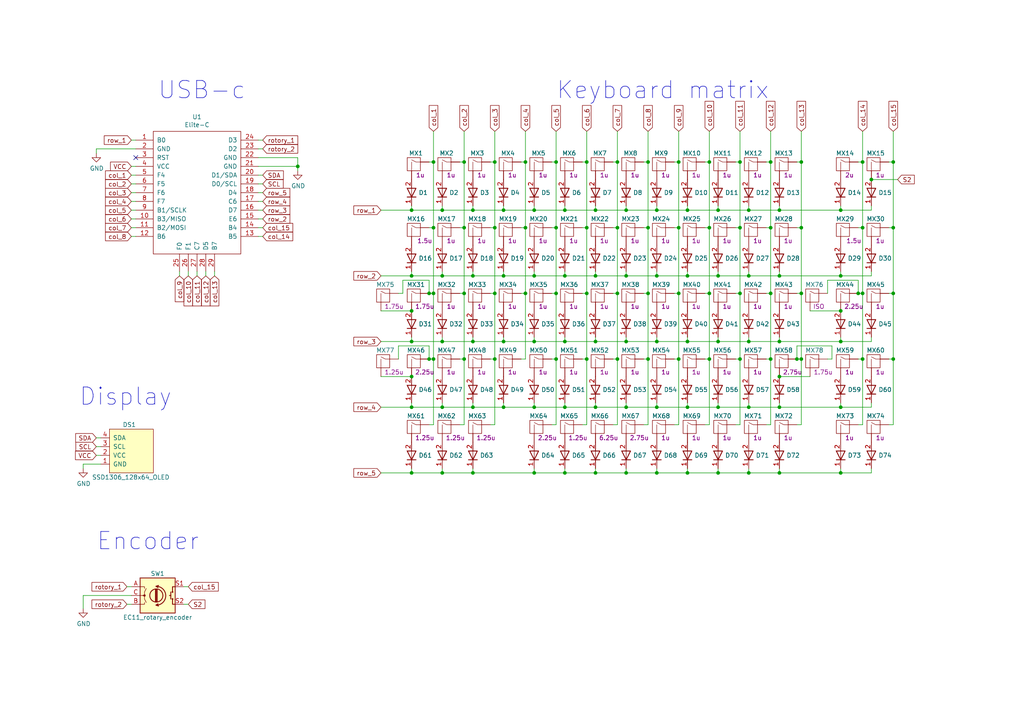
<source format=kicad_sch>
(kicad_sch (version 20211123) (generator eeschema)
  (paper "A4")
  (title_block (title "GanJing 65 rev 2 hotswap") (date "2021-11-19") (rev "2") (company "Mingze Jin"))
  (junction (at 172.72 118.11))
  (junction (at 128.27 80.01))
  (junction (at 146.05 80.01))
  (junction (at 154.94 99.06))
  (junction (at 217.17 118.11))
  (junction (at 119.38 118.11))
  (junction (at 179.07 104.14))
  (junction (at 119.38 60.96))
  (junction (at 226.06 60.96))
  (junction (at 143.51 66.04))
  (junction (at 146.05 99.06))
  (junction (at 134.62 46.99))
  (junction (at 190.5 60.96))
  (junction (at 208.28 80.01))
  (junction (at 152.4 66.04))
  (junction (at 137.16 99.06))
  (junction (at 223.52 66.04))
  (junction (at 119.38 137.16))
  (junction (at 217.17 99.06))
  (junction (at 250.19 104.14))
  (junction (at 199.39 60.96))
  (junction (at 154.94 80.01))
  (junction (at 196.85 85.09))
  (junction (at 137.16 80.01))
  (junction (at 179.07 46.99))
  (junction (at 181.61 60.96))
  (junction (at 250.19 46.99))
  (junction (at 196.85 46.99))
  (junction (at 205.74 46.99))
  (junction (at 161.29 66.04))
  (junction (at 154.94 137.16))
  (junction (at 259.08 46.99))
  (junction (at 181.61 118.11))
  (junction (at 223.52 46.99))
  (junction (at 243.84 60.96))
  (junction (at 143.51 104.14))
  (junction (at 243.84 118.11))
  (junction (at 226.06 109.22))
  (junction (at 161.29 85.09))
  (junction (at 170.18 104.14))
  (junction (at 259.08 104.14))
  (junction (at 252.73 52.07))
  (junction (at 231.14 104.14))
  (junction (at 119.38 109.22))
  (junction (at 146.05 60.96))
  (junction (at 181.61 137.16))
  (junction (at 124.46 85.09))
  (junction (at 172.72 137.16))
  (junction (at 243.84 80.01))
  (junction (at 187.96 46.99))
  (junction (at 217.17 60.96))
  (junction (at 134.62 104.14))
  (junction (at 223.52 85.09))
  (junction (at 190.5 80.01))
  (junction (at 172.72 80.01))
  (junction (at 181.61 80.01))
  (junction (at 232.41 66.04))
  (junction (at 187.96 85.09))
  (junction (at 196.85 104.14))
  (junction (at 128.27 60.96))
  (junction (at 226.06 137.16))
  (junction (at 170.18 66.04))
  (junction (at 214.63 46.99))
  (junction (at 205.74 104.14))
  (junction (at 214.63 66.04))
  (junction (at 232.41 85.09))
  (junction (at 199.39 80.01))
  (junction (at 205.74 66.04))
  (junction (at 143.51 46.99))
  (junction (at 187.96 66.04))
  (junction (at 250.19 85.09))
  (junction (at 161.29 104.14))
  (junction (at 199.39 99.06))
  (junction (at 226.06 80.01))
  (junction (at 172.72 60.96))
  (junction (at 172.72 99.06))
  (junction (at 181.61 99.06))
  (junction (at 125.73 104.14))
  (junction (at 137.16 60.96))
  (junction (at 214.63 85.09))
  (junction (at 119.38 80.01))
  (junction (at 208.28 118.11))
  (junction (at 208.28 60.96))
  (junction (at 190.5 137.16))
  (junction (at 170.18 46.99))
  (junction (at 199.39 118.11))
  (junction (at 217.17 137.16))
  (junction (at 163.83 60.96))
  (junction (at 125.73 66.04))
  (junction (at 163.83 80.01))
  (junction (at 125.73 46.99))
  (junction (at 134.62 85.09))
  (junction (at 243.84 90.17))
  (junction (at 86.36 48.26))
  (junction (at 119.38 90.17))
  (junction (at 125.73 85.09))
  (junction (at 163.83 137.16))
  (junction (at 232.41 46.99))
  (junction (at 179.07 85.09))
  (junction (at 161.29 46.99))
  (junction (at 134.62 66.04))
  (junction (at 243.84 137.16))
  (junction (at 205.74 85.09))
  (junction (at 137.16 137.16))
  (junction (at 259.08 85.09))
  (junction (at 250.19 66.04))
  (junction (at 232.41 104.14))
  (junction (at 154.94 118.11))
  (junction (at 128.27 118.11))
  (junction (at 154.94 60.96))
  (junction (at 259.08 66.04))
  (junction (at 146.05 118.11))
  (junction (at 128.27 99.06))
  (junction (at 179.07 66.04))
  (junction (at 196.85 66.04))
  (junction (at 119.38 99.06))
  (junction (at 187.96 104.14))
  (junction (at 190.5 118.11))
  (junction (at 226.06 118.11))
  (junction (at 170.18 85.09))
  (junction (at 124.46 104.14))
  (junction (at 208.28 99.06))
  (junction (at 243.84 99.06))
  (junction (at 226.06 99.06))
  (junction (at 208.28 137.16))
  (junction (at 163.83 99.06))
  (junction (at 163.83 118.11))
  (junction (at 152.4 46.99))
  (junction (at 128.27 137.16))
  (junction (at 143.51 85.09))
  (junction (at 152.4 85.09))
  (junction (at 248.92 85.09))
  (junction (at 223.52 104.14))
  (junction (at 199.39 137.16))
  (junction (at 190.5 99.06))
  (junction (at 217.17 80.01))
  (junction (at 214.63 104.14))
  (junction (at 137.16 118.11))
  (no_connect (at 39.37 45.72))
  (wire (pts (xy 152.4 38.1) (xy 152.4 46.99)))
  (wire (pts (xy 217.17 80.01) (xy 208.28 80.01)))
  (wire (pts (xy 160.02 85.09) (xy 161.29 85.09)))
  (wire (pts (xy 54.61 175.26) (xy 53.34 175.26)))
  (wire (pts (xy 243.84 60.96) (xy 243.84 59.69)))
  (wire (pts (xy 146.05 80.01) (xy 137.16 80.01)))
  (wire (pts (xy 142.24 85.09) (xy 143.51 85.09)))
  (wire (pts (xy 226.06 118.11) (xy 243.84 118.11)))
  (wire (pts (xy 213.36 66.04) (xy 214.63 66.04)))
  (wire (pts (xy 119.38 80.01) (xy 110.49 80.01)))
  (wire (pts (xy 154.94 97.79) (xy 154.94 99.06)))
  (wire (pts (xy 199.39 116.84) (xy 199.39 118.11)))
  (wire (pts (xy 181.61 78.74) (xy 181.61 80.01)))
  (wire (pts (xy 234.95 90.17) (xy 243.84 90.17)))
  (wire (pts (xy 119.38 60.96) (xy 128.27 60.96)))
  (wire (pts (xy 208.28 60.96) (xy 217.17 60.96)))
  (wire (pts (xy 257.81 123.19) (xy 259.08 123.19)))
  (wire (pts (xy 27.94 43.18) (xy 39.37 43.18)))
  (wire (pts (xy 119.38 99.06) (xy 119.38 97.79)))
  (wire (pts (xy 186.69 85.09) (xy 187.96 85.09)))
  (wire (pts (xy 124.46 85.09) (xy 124.46 81.28)))
  (wire (pts (xy 243.84 78.74) (xy 243.84 80.01)))
  (wire (pts (xy 115.57 104.14) (xy 115.57 100.33)))
  (wire (pts (xy 154.94 59.69) (xy 154.94 60.96)))
  (wire (pts (xy 137.16 137.16) (xy 154.94 137.16)))
  (wire (pts (xy 38.1 50.8) (xy 39.37 50.8)))
  (wire (pts (xy 170.18 38.1) (xy 170.18 46.99)))
  (wire (pts (xy 160.02 123.19) (xy 161.29 123.19)))
  (wire (pts (xy 217.17 118.11) (xy 226.06 118.11)))
  (wire (pts (xy 170.18 85.09) (xy 170.18 104.14)))
  (wire (pts (xy 179.07 104.14) (xy 179.07 85.09)))
  (wire (pts (xy 223.52 66.04) (xy 223.52 46.99)))
  (wire (pts (xy 208.28 80.01) (xy 199.39 80.01)))
  (wire (pts (xy 250.19 46.99) (xy 248.92 46.99)))
  (wire (pts (xy 128.27 59.69) (xy 128.27 60.96)))
  (wire (pts (xy 38.1 48.26) (xy 39.37 48.26)))
  (wire (pts (xy 177.8 66.04) (xy 179.07 66.04)))
  (wire (pts (xy 190.5 97.79) (xy 190.5 99.06)))
  (wire (pts (xy 250.19 85.09) (xy 248.92 85.09)))
  (wire (pts (xy 163.83 118.11) (xy 154.94 118.11)))
  (wire (pts (xy 259.08 85.09) (xy 257.81 85.09)))
  (wire (pts (xy 181.61 137.16) (xy 190.5 137.16)))
  (wire (pts (xy 259.08 104.14) (xy 259.08 85.09)))
  (wire (pts (xy 86.36 48.26) (xy 86.36 49.53)))
  (wire (pts (xy 170.18 46.99) (xy 170.18 66.04)))
  (wire (pts (xy 38.1 60.96) (xy 39.37 60.96)))
  (wire (pts (xy 190.5 118.11) (xy 181.61 118.11)))
  (wire (pts (xy 243.84 118.11) (xy 252.73 118.11)))
  (wire (pts (xy 172.72 99.06) (xy 163.83 99.06)))
  (wire (pts (xy 187.96 38.1) (xy 187.96 46.99)))
  (wire (pts (xy 226.06 135.89) (xy 226.06 137.16)))
  (wire (pts (xy 214.63 104.14) (xy 214.63 85.09)))
  (wire (pts (xy 54.61 170.18) (xy 53.34 170.18)))
  (wire (pts (xy 226.06 97.79) (xy 226.06 99.06)))
  (wire (pts (xy 222.25 85.09) (xy 223.52 85.09)))
  (wire (pts (xy 181.61 118.11) (xy 172.72 118.11)))
  (wire (pts (xy 142.24 46.99) (xy 143.51 46.99)))
  (wire (pts (xy 172.72 137.16) (xy 172.72 135.89)))
  (wire (pts (xy 163.83 80.01) (xy 154.94 80.01)))
  (wire (pts (xy 259.08 66.04) (xy 259.08 85.09)))
  (wire (pts (xy 248.92 66.04) (xy 250.19 66.04)))
  (wire (pts (xy 179.07 85.09) (xy 179.07 66.04)))
  (wire (pts (xy 205.74 38.1) (xy 205.74 46.99)))
  (wire (pts (xy 205.74 66.04) (xy 205.74 46.99)))
  (wire (pts (xy 119.38 118.11) (xy 119.38 116.84)))
  (wire (pts (xy 190.5 99.06) (xy 181.61 99.06)))
  (wire (pts (xy 213.36 85.09) (xy 214.63 85.09)))
  (wire (pts (xy 196.85 66.04) (xy 196.85 46.99)))
  (wire (pts (xy 133.35 66.04) (xy 134.62 66.04)))
  (wire (pts (xy 240.03 104.14) (xy 241.3 104.14)))
  (wire (pts (xy 217.17 135.89) (xy 217.17 137.16)))
  (wire (pts (xy 214.63 85.09) (xy 214.63 66.04)))
  (wire (pts (xy 38.1 55.88) (xy 39.37 55.88)))
  (wire (pts (xy 160.02 66.04) (xy 161.29 66.04)))
  (wire (pts (xy 74.93 43.18) (xy 76.2 43.18)))
  (wire (pts (xy 208.28 137.16) (xy 217.17 137.16)))
  (wire (pts (xy 128.27 80.01) (xy 128.27 78.74)))
  (wire (pts (xy 146.05 60.96) (xy 154.94 60.96)))
  (wire (pts (xy 36.83 170.18) (xy 38.1 170.18)))
  (wire (pts (xy 76.2 60.96) (xy 74.93 60.96)))
  (wire (pts (xy 76.2 58.42) (xy 74.93 58.42)))
  (wire (pts (xy 76.2 66.04) (xy 74.93 66.04)))
  (wire (pts (xy 217.17 78.74) (xy 217.17 80.01)))
  (wire (pts (xy 116.84 81.28) (xy 116.84 85.09)))
  (wire (pts (xy 125.73 38.1) (xy 125.73 46.99)))
  (wire (pts (xy 252.73 78.74) (xy 252.73 80.01)))
  (wire (pts (xy 161.29 66.04) (xy 161.29 85.09)))
  (wire (pts (xy 204.47 85.09) (xy 205.74 85.09)))
  (wire (pts (xy 199.39 99.06) (xy 190.5 99.06)))
  (wire (pts (xy 128.27 137.16) (xy 137.16 137.16)))
  (wire (pts (xy 252.73 135.89) (xy 252.73 137.16)))
  (wire (pts (xy 152.4 104.14) (xy 151.13 104.14)))
  (wire (pts (xy 243.84 135.89) (xy 243.84 137.16)))
  (wire (pts (xy 74.93 53.34) (xy 76.2 53.34)))
  (wire (pts (xy 196.85 38.1) (xy 196.85 46.99)))
  (wire (pts (xy 250.19 66.04) (xy 250.19 46.99)))
  (wire (pts (xy 250.19 85.09) (xy 250.19 104.14)))
  (wire (pts (xy 181.61 59.69) (xy 181.61 60.96)))
  (wire (pts (xy 170.18 104.14) (xy 168.91 104.14)))
  (wire (pts (xy 190.5 135.89) (xy 190.5 137.16)))
  (wire (pts (xy 243.84 99.06) (xy 252.73 99.06)))
  (wire (pts (xy 163.83 97.79) (xy 163.83 99.06)))
  (wire (pts (xy 137.16 99.06) (xy 128.27 99.06)))
  (wire (pts (xy 222.25 46.99) (xy 223.52 46.99)))
  (wire (pts (xy 205.74 104.14) (xy 205.74 85.09)))
  (wire (pts (xy 161.29 104.14) (xy 160.02 104.14)))
  (wire (pts (xy 226.06 60.96) (xy 226.06 59.69)))
  (wire (pts (xy 240.03 85.09) (xy 240.03 81.28)))
  (wire (pts (xy 134.62 38.1) (xy 134.62 46.99)))
  (wire (pts (xy 115.57 100.33) (xy 124.46 100.33)))
  (wire (pts (xy 124.46 81.28) (xy 116.84 81.28)))
  (wire (pts (xy 231.14 123.19) (xy 232.41 123.19)))
  (wire (pts (xy 232.41 66.04) (xy 232.41 46.99)))
  (wire (pts (xy 24.13 172.72) (xy 38.1 172.72)))
  (wire (pts (xy 208.28 78.74) (xy 208.28 80.01)))
  (wire (pts (xy 154.94 116.84) (xy 154.94 118.11)))
  (wire (pts (xy 134.62 104.14) (xy 134.62 123.19)))
  (wire (pts (xy 241.3 100.33) (xy 231.14 100.33)))
  (wire (pts (xy 163.83 116.84) (xy 163.83 118.11)))
  (wire (pts (xy 181.61 99.06) (xy 172.72 99.06)))
  (wire (pts (xy 214.63 123.19) (xy 214.63 104.14)))
  (wire (pts (xy 119.38 137.16) (xy 110.49 137.16)))
  (wire (pts (xy 38.1 53.34) (xy 39.37 53.34)))
  (wire (pts (xy 29.21 132.08) (xy 27.94 132.08)))
  (wire (pts (xy 133.35 85.09) (xy 134.62 85.09)))
  (wire (pts (xy 257.81 66.04) (xy 259.08 66.04)))
  (wire (pts (xy 38.1 68.58) (xy 39.37 68.58)))
  (wire (pts (xy 208.28 99.06) (xy 199.39 99.06)))
  (wire (pts (xy 250.19 104.14) (xy 250.19 123.19)))
  (wire (pts (xy 172.72 137.16) (xy 181.61 137.16)))
  (wire (pts (xy 226.06 116.84) (xy 226.06 118.11)))
  (wire (pts (xy 243.84 80.01) (xy 226.06 80.01)))
  (wire (pts (xy 154.94 135.89) (xy 154.94 137.16)))
  (wire (pts (xy 86.36 45.72) (xy 86.36 48.26)))
  (wire (pts (xy 217.17 60.96) (xy 226.06 60.96)))
  (wire (pts (xy 119.38 137.16) (xy 128.27 137.16)))
  (wire (pts (xy 232.41 38.1) (xy 232.41 46.99)))
  (wire (pts (xy 243.84 116.84) (xy 243.84 118.11)))
  (wire (pts (xy 223.52 85.09) (xy 223.52 66.04)))
  (wire (pts (xy 128.27 116.84) (xy 128.27 118.11)))
  (wire (pts (xy 190.5 60.96) (xy 199.39 60.96)))
  (wire (pts (xy 172.72 60.96) (xy 181.61 60.96)))
  (wire (pts (xy 195.58 46.99) (xy 196.85 46.99)))
  (wire (pts (xy 134.62 85.09) (xy 134.62 104.14)))
  (wire (pts (xy 154.94 60.96) (xy 163.83 60.96)))
  (wire (pts (xy 195.58 66.04) (xy 196.85 66.04)))
  (wire (pts (xy 137.16 116.84) (xy 137.16 118.11)))
  (wire (pts (xy 252.73 59.69) (xy 252.73 60.96)))
  (wire (pts (xy 259.08 38.1) (xy 259.08 46.99)))
  (wire (pts (xy 137.16 135.89) (xy 137.16 137.16)))
  (wire (pts (xy 134.62 46.99) (xy 134.62 66.04)))
  (wire (pts (xy 199.39 135.89) (xy 199.39 137.16)))
  (wire (pts (xy 208.28 135.89) (xy 208.28 137.16)))
  (wire (pts (xy 257.81 46.99) (xy 259.08 46.99)))
  (wire (pts (xy 38.1 63.5) (xy 39.37 63.5)))
  (wire (pts (xy 190.5 80.01) (xy 181.61 80.01)))
  (wire (pts (xy 142.24 104.14) (xy 143.51 104.14)))
  (wire (pts (xy 232.41 66.04) (xy 232.41 85.09)))
  (wire (pts (xy 195.58 104.14) (xy 196.85 104.14)))
  (wire (pts (xy 62.23 80.01) (xy 62.23 78.74)))
  (wire (pts (xy 248.92 81.28) (xy 248.92 85.09)))
  (wire (pts (xy 223.52 38.1) (xy 223.52 46.99)))
  (wire (pts (xy 59.69 80.01) (xy 59.69 78.74)))
  (wire (pts (xy 38.1 175.26) (xy 36.83 175.26)))
  (wire (pts (xy 24.13 135.89) (xy 24.13 134.62)))
  (wire (pts (xy 213.36 123.19) (xy 214.63 123.19)))
  (wire (pts (xy 128.27 135.89) (xy 128.27 137.16)))
  (wire (pts (xy 217.17 99.06) (xy 226.06 99.06)))
  (wire (pts (xy 243.84 137.16) (xy 252.73 137.16)))
  (wire (pts (xy 76.2 55.88) (xy 74.93 55.88)))
  (wire (pts (xy 179.07 46.99) (xy 177.8 46.99)))
  (wire (pts (xy 168.91 123.19) (xy 170.18 123.19)))
  (wire (pts (xy 172.72 97.79) (xy 172.72 99.06)))
  (wire (pts (xy 143.51 123.19) (xy 142.24 123.19)))
  (wire (pts (xy 154.94 118.11) (xy 146.05 118.11)))
  (wire (pts (xy 168.91 46.99) (xy 170.18 46.99)))
  (wire (pts (xy 181.61 97.79) (xy 181.61 99.06)))
  (wire (pts (xy 199.39 137.16) (xy 208.28 137.16)))
  (wire (pts (xy 38.1 66.04) (xy 39.37 66.04)))
  (wire (pts (xy 186.69 123.19) (xy 187.96 123.19)))
  (wire (pts (xy 76.2 50.8) (xy 74.93 50.8)))
  (wire (pts (xy 163.83 59.69) (xy 163.83 60.96)))
  (wire (pts (xy 217.17 137.16) (xy 226.06 137.16)))
  (wire (pts (xy 163.83 60.96) (xy 172.72 60.96)))
  (wire (pts (xy 250.19 85.09) (xy 250.19 66.04)))
  (wire (pts (xy 187.96 104.14) (xy 187.96 123.19)))
  (wire (pts (xy 172.72 59.69) (xy 172.72 60.96)))
  (wire (pts (xy 226.06 109.22) (xy 234.95 109.22)))
  (wire (pts (xy 133.35 46.99) (xy 134.62 46.99)))
  (wire (pts (xy 128.27 99.06) (xy 119.38 99.06)))
  (wire (pts (xy 199.39 118.11) (xy 190.5 118.11)))
  (wire (pts (xy 217.17 118.11) (xy 208.28 118.11)))
  (wire (pts (xy 119.38 60.96) (xy 119.38 59.69)))
  (wire (pts (xy 161.29 104.14) (xy 161.29 123.19)))
  (wire (pts (xy 137.16 80.01) (xy 128.27 80.01)))
  (wire (pts (xy 143.51 104.14) (xy 143.51 123.19)))
  (wire (pts (xy 199.39 59.69) (xy 199.39 60.96)))
  (wire (pts (xy 199.39 97.79) (xy 199.39 99.06)))
  (wire (pts (xy 110.49 90.17) (xy 119.38 90.17)))
  (wire (pts (xy 177.8 85.09) (xy 179.07 85.09)))
  (wire (pts (xy 119.38 118.11) (xy 128.27 118.11)))
  (wire (pts (xy 152.4 85.09) (xy 151.13 85.09)))
  (wire (pts (xy 187.96 66.04) (xy 186.69 66.04)))
  (wire (pts (xy 143.51 85.09) (xy 143.51 104.14)))
  (wire (pts (xy 213.36 104.14) (xy 214.63 104.14)))
  (wire (pts (xy 243.84 97.79) (xy 243.84 99.06)))
  (wire (pts (xy 199.39 80.01) (xy 190.5 80.01)))
  (wire (pts (xy 181.61 116.84) (xy 181.61 118.11)))
  (wire (pts (xy 248.92 123.19) (xy 250.19 123.19)))
  (wire (pts (xy 146.05 118.11) (xy 137.16 118.11)))
  (wire (pts (xy 205.74 123.19) (xy 205.74 104.14)))
  (wire (pts (xy 231.14 104.14) (xy 232.41 104.14)))
  (wire (pts (xy 163.83 135.89) (xy 163.83 137.16)))
  (wire (pts (xy 152.4 66.04) (xy 152.4 85.09)))
  (wire (pts (xy 52.07 80.01) (xy 52.07 78.74)))
  (wire (pts (xy 222.25 66.04) (xy 223.52 66.04)))
  (wire (pts (xy 142.24 66.04) (xy 143.51 66.04)))
  (wire (pts (xy 217.17 59.69) (xy 217.17 60.96)))
  (wire (pts (xy 181.61 80.01) (xy 172.72 80.01)))
  (wire (pts (xy 168.91 66.04) (xy 170.18 66.04)))
  (wire (pts (xy 154.94 137.16) (xy 163.83 137.16)))
  (wire (pts (xy 124.46 123.19) (xy 125.73 123.19)))
  (wire (pts (xy 208.28 97.79) (xy 208.28 99.06)))
  (wire (pts (xy 38.1 40.64) (xy 39.37 40.64)))
  (wire (pts (xy 74.93 48.26) (xy 86.36 48.26)))
  (wire (pts (xy 119.38 60.96) (xy 110.49 60.96)))
  (wire (pts (xy 119.38 99.06) (xy 110.49 99.06)))
  (wire (pts (xy 214.63 38.1) (xy 214.63 46.99)))
  (wire (pts (xy 190.5 116.84) (xy 190.5 118.11)))
  (wire (pts (xy 119.38 118.11) (xy 110.49 118.11)))
  (wire (pts (xy 226.06 78.74) (xy 226.06 80.01)))
  (wire (pts (xy 187.96 46.99) (xy 187.96 66.04)))
  (wire (pts (xy 217.17 116.84) (xy 217.17 118.11)))
  (wire (pts (xy 179.07 66.04) (xy 179.07 46.99)))
  (wire (pts (xy 163.83 137.16) (xy 172.72 137.16)))
  (wire (pts (xy 204.47 123.19) (xy 205.74 123.19)))
  (wire (pts (xy 231.14 85.09) (xy 232.41 85.09)))
  (wire (pts (xy 137.16 97.79) (xy 137.16 99.06)))
  (wire (pts (xy 214.63 66.04) (xy 214.63 46.99)))
  (wire (pts (xy 222.25 123.19) (xy 223.52 123.19)))
  (wire (pts (xy 146.05 99.06) (xy 137.16 99.06)))
  (wire (pts (xy 241.3 104.14) (xy 241.3 100.33)))
  (wire (pts (xy 250.19 38.1) (xy 250.19 46.99)))
  (wire (pts (xy 195.58 123.19) (xy 196.85 123.19)))
  (wire (pts (xy 24.13 172.72) (xy 24.13 176.53)))
  (wire (pts (xy 57.15 80.01) (xy 57.15 78.74)))
  (wire (pts (xy 172.72 118.11) (xy 163.83 118.11)))
  (wire (pts (xy 125.73 85.09) (xy 125.73 66.04)))
  (wire (pts (xy 125.73 123.19) (xy 125.73 104.14)))
  (wire (pts (xy 76.2 40.64) (xy 74.93 40.64)))
  (wire (pts (xy 137.16 78.74) (xy 137.16 80.01)))
  (wire (pts (xy 204.47 66.04) (xy 205.74 66.04)))
  (wire (pts (xy 152.4 46.99) (xy 152.4 66.04)))
  (wire (pts (xy 190.5 137.16) (xy 199.39 137.16)))
  (wire (pts (xy 160.02 46.99) (xy 161.29 46.99)))
  (wire (pts (xy 134.62 123.19) (xy 133.35 123.19)))
  (wire (pts (xy 134.62 66.04) (xy 134.62 85.09)))
  (wire (pts (xy 151.13 46.99) (xy 152.4 46.99)))
  (wire (pts (xy 137.16 59.69) (xy 137.16 60.96)))
  (wire (pts (xy 231.14 46.99) (xy 232.41 46.99)))
  (wire (pts (xy 196.85 85.09) (xy 196.85 66.04)))
  (wire (pts (xy 257.81 104.14) (xy 259.08 104.14)))
  (wire (pts (xy 128.27 99.06) (xy 128.27 97.79)))
  (wire (pts (xy 196.85 85.09) (xy 195.58 85.09)))
  (wire (pts (xy 154.94 80.01) (xy 146.05 80.01)))
  (wire (pts (xy 146.05 97.79) (xy 146.05 99.06)))
  (wire (pts (xy 205.74 85.09) (xy 205.74 66.04)))
  (wire (pts (xy 252.73 99.06) (xy 252.73 97.79)))
  (wire (pts (xy 146.05 59.69) (xy 146.05 60.96)))
  (wire (pts (xy 163.83 78.74) (xy 163.83 80.01)))
  (wire (pts (xy 179.07 38.1) (xy 179.07 46.99)))
  (wire (pts (xy 181.61 135.89) (xy 181.61 137.16)))
  (wire (pts (xy 128.27 118.11) (xy 137.16 118.11)))
  (wire (pts (xy 208.28 59.69) (xy 208.28 60.96)))
  (wire (pts (xy 170.18 66.04) (xy 170.18 85.09)))
  (wire (pts (xy 259.08 123.19) (xy 259.08 104.14)))
  (wire (pts (xy 116.84 85.09) (xy 115.57 85.09)))
  (wire (pts (xy 214.63 46.99) (xy 213.36 46.99)))
  (wire (pts (xy 217.17 97.79) (xy 217.17 99.06)))
  (wire (pts (xy 161.29 38.1) (xy 161.29 46.99)))
  (wire (pts (xy 133.35 104.14) (xy 134.62 104.14)))
  (wire (pts (xy 146.05 116.84) (xy 146.05 118.11)))
  (wire (pts (xy 252.73 60.96) (xy 243.84 60.96)))
  (wire (pts (xy 161.29 85.09) (xy 161.29 104.14)))
  (wire (pts (xy 199.39 60.96) (xy 208.28 60.96)))
  (wire (pts (xy 168.91 85.09) (xy 170.18 85.09)))
  (wire (pts (xy 208.28 118.11) (xy 199.39 118.11)))
  (wire (pts (xy 204.47 46.99) (xy 205.74 46.99)))
  (wire (pts (xy 232.41 123.19) (xy 232.41 104.14)))
  (wire (pts (xy 154.94 99.06) (xy 146.05 99.06)))
  (wire (pts (xy 74.93 45.72) (xy 86.36 45.72)))
  (wire (pts (xy 24.13 134.62) (xy 29.21 134.62)))
  (wire (pts (xy 199.39 78.74) (xy 199.39 80.01)))
  (wire (pts (xy 226.06 99.06) (xy 243.84 99.06)))
  (wire (pts (xy 204.47 104.14) (xy 205.74 104.14)))
  (wire (pts (xy 124.46 100.33) (xy 124.46 104.14)))
  (wire (pts (xy 248.92 104.14) (xy 250.19 104.14)))
  (wire (pts (xy 154.94 78.74) (xy 154.94 80.01)))
  (wire (pts (xy 223.52 104.14) (xy 223.52 85.09)))
  (wire (pts (xy 54.61 80.01) (xy 54.61 78.74)))
  (wire (pts (xy 143.51 66.04) (xy 143.51 85.09)))
  (wire (pts (xy 125.73 104.14) (xy 125.73 85.09)))
  (wire (pts (xy 252.73 52.07) (xy 260.35 52.07)))
  (wire (pts (xy 161.29 46.99) (xy 161.29 66.04)))
  (wire (pts (xy 196.85 123.19) (xy 196.85 104.14)))
  (wire (pts (xy 226.06 60.96) (xy 243.84 60.96)))
  (wire (pts (xy 143.51 38.1) (xy 143.51 46.99)))
  (wire (pts (xy 124.46 104.14) (xy 125.73 104.14)))
  (wire (pts (xy 76.2 68.58) (xy 74.93 68.58)))
  (wire (pts (xy 170.18 104.14) (xy 170.18 123.19)))
  (wire (pts (xy 125.73 66.04) (xy 125.73 46.99)))
  (wire (pts (xy 196.85 104.14) (xy 196.85 85.09)))
  (wire (pts (xy 223.52 123.19) (xy 223.52 104.14)))
  (wire (pts (xy 231.14 100.33) (xy 231.14 104.14)))
  (wire (pts (xy 222.25 104.14) (xy 223.52 104.14)))
  (wire (pts (xy 146.05 78.74) (xy 146.05 80.01)))
  (wire (pts (xy 137.16 60.96) (xy 146.05 60.96)))
  (wire (pts (xy 163.83 99.06) (xy 154.94 99.06)))
  (wire (pts (xy 187.96 85.09) (xy 187.96 104.14)))
  (wire (pts (xy 128.27 60.96) (xy 137.16 60.96)))
  (wire (pts (xy 143.51 46.99) (xy 143.51 66.04)))
  (wire (pts (xy 179.07 123.19) (xy 179.07 104.14)))
  (wire (pts (xy 124.46 66.04) (xy 125.73 66.04)))
  (wire (pts (xy 226.06 137.16) (xy 243.84 137.16)))
  (wire (pts (xy 124.46 85.09) (xy 125.73 85.09)))
  (wire (pts (xy 128.27 80.01) (xy 119.38 80.01)))
  (wire (pts (xy 27.94 43.18) (xy 27.94 44.45)))
  (wire (pts (xy 252.73 116.84) (xy 252.73 118.11)))
  (wire (pts (xy 190.5 78.74) (xy 190.5 80.01)))
  (wire (pts (xy 208.28 116.84) (xy 208.28 118.11)))
  (wire (pts (xy 124.46 46.99) (xy 125.73 46.99)))
  (wire (pts (xy 190.5 59.69) (xy 190.5 60.96)))
  (wire (pts (xy 110.49 109.22) (xy 119.38 109.22)))
  (wire (pts (xy 186.69 104.14) (xy 187.96 104.14)))
  (wire (pts (xy 29.21 127) (xy 27.94 127)))
  (wire (pts (xy 252.73 80.01) (xy 243.84 80.01)))
  (wire (pts (xy 259.08 46.99) (xy 259.08 66.04)))
  (wire (pts (xy 187.96 66.04) (xy 187.96 85.09)))
  (wire (pts (xy 38.1 58.42) (xy 39.37 58.42)))
  (wire (pts (xy 232.41 85.09) (xy 232.41 104.14)))
  (wire (pts (xy 179.07 123.19) (xy 177.8 123.19)))
  (wire (pts (xy 181.61 60.96) (xy 190.5 60.96)))
  (wire (pts (xy 187.96 46.99) (xy 186.69 46.99)))
  (wire (pts (xy 172.72 80.01) (xy 163.83 80.01)))
  (wire (pts (xy 119.38 80.01) (xy 119.38 78.74)))
  (wire (pts (xy 27.94 129.54) (xy 29.21 129.54)))
  (wire (pts (xy 172.72 78.74) (xy 172.72 80.01)))
  (wire (pts (xy 240.03 81.28) (xy 248.92 81.28)))
  (wire (pts (xy 226.06 80.01) (xy 217.17 80.01)))
  (wire (pts (xy 76.2 63.5) (xy 74.93 63.5)))
  (wire (pts (xy 172.72 116.84) (xy 172.72 118.11)))
  (wire (pts (xy 152.4 66.04) (xy 151.13 66.04)))
  (wire (pts (xy 217.17 99.06) (xy 208.28 99.06)))
  (wire (pts (xy 152.4 85.09) (xy 152.4 104.14)))
  (wire (pts (xy 231.14 66.04) (xy 232.41 66.04)))
  (wire (pts (xy 119.38 135.89) (xy 119.38 137.16)))
  (wire (pts (xy 177.8 104.14) (xy 179.07 104.14)))
  (text "Encoder" (at 27.94 160.02 0) (effects (font (size 5.0038 5.0038)) (justify left bottom)))
  (text "Keyboard matrix" (at 161.29 29.21 0) (effects (font (size 5.0038 5.0038)) (justify left bottom)))
  (text "USB-c" (at 45.72 29.21 0) (effects (font (size 5.0038 5.0038)) (justify left bottom)))
  (text "Display" (at 22.86 118.11 0) (effects (font (size 5.0038 5.0038)) (justify left bottom)))
  (global_label "col_10" (shape input) (at 54.61 80.01 270) (property "Intersheet References" "${INTERSHEET_REFS}" (effects hide)))
  (global_label "col_2" (shape input) (at 38.1 53.34 180) (property "Intersheet References" "${INTERSHEET_REFS}" (effects hide)))
  (global_label "col_1" (shape input) (at 38.1 50.8 180) (property "Intersheet References" "${INTERSHEET_REFS}" (effects hide)))
  (global_label "col_4" (shape input) (at 152.4 38.1 90) (property "Intersheet References" "${INTERSHEET_REFS}" (effects hide)))
  (global_label "row_5" (shape input) (at 76.2 55.88 0) (property "Intersheet References" "${INTERSHEET_REFS}" (effects hide)))
  (global_label "col_6" (shape input) (at 170.18 38.1 90) (property "Intersheet References" "${INTERSHEET_REFS}" (effects hide)))
  (global_label "col_9" (shape input) (at 196.85 38.1 90) (property "Intersheet References" "${INTERSHEET_REFS}" (effects hide)))
  (global_label "col_14" (shape input) (at 250.19 38.1 90) (property "Intersheet References" "${INTERSHEET_REFS}" (effects hide)))
  (global_label "col_15" (shape input) (at 76.2 66.04 0) (property "Intersheet References" "${INTERSHEET_REFS}" (effects hide)))
  (global_label "col_5" (shape input) (at 161.29 38.1 90) (property "Intersheet References" "${INTERSHEET_REFS}" (effects hide)))
  (global_label "rotory_2" (shape input) (at 36.83 175.26 180) (property "Intersheet References" "${INTERSHEET_REFS}" (effects hide)))
  (global_label "SDA" (shape input) (at 27.94 127 180) (property "Intersheet References" "${INTERSHEET_REFS}" (effects hide)))
  (global_label "S2" (shape input) (at 54.61 175.26 0) (property "Intersheet References" "${INTERSHEET_REFS}" (effects hide)))
  (global_label "col_15" (shape input) (at 54.61 170.18 0) (property "Intersheet References" "${INTERSHEET_REFS}" (effects hide)))
  (global_label "col_6" (shape input) (at 38.1 63.5 180) (property "Intersheet References" "${INTERSHEET_REFS}" (effects hide)))
  (global_label "row_5" (shape input) (at 110.49 137.16 180) (property "Intersheet References" "${INTERSHEET_REFS}" (effects hide)))
  (global_label "col_5" (shape input) (at 38.1 60.96 180) (property "Intersheet References" "${INTERSHEET_REFS}" (effects hide)))
  (global_label "col_13" (shape input) (at 232.41 38.1 90) (property "Intersheet References" "${INTERSHEET_REFS}" (effects hide)))
  (global_label "col_8" (shape input) (at 187.96 38.1 90) (property "Intersheet References" "${INTERSHEET_REFS}" (effects hide)))
  (global_label "row_3" (shape input) (at 110.49 99.06 180) (property "Intersheet References" "${INTERSHEET_REFS}" (effects hide)))
  (global_label "row_3" (shape input) (at 76.2 60.96 0) (property "Intersheet References" "${INTERSHEET_REFS}" (effects hide)))
  (global_label "col_1" (shape input) (at 125.73 38.1 90) (property "Intersheet References" "${INTERSHEET_REFS}" (effects hide)))
  (global_label "col_11" (shape input) (at 57.15 80.01 270) (property "Intersheet References" "${INTERSHEET_REFS}" (effects hide)))
  (global_label "col_2" (shape input) (at 134.62 38.1 90) (property "Intersheet References" "${INTERSHEET_REFS}" (effects hide)))
  (global_label "SCL" (shape input) (at 27.94 129.54 180) (property "Intersheet References" "${INTERSHEET_REFS}" (effects hide)))
  (global_label "SCL" (shape input) (at 76.2 53.34 0) (property "Intersheet References" "${INTERSHEET_REFS}" (effects hide)))
  (global_label "col_10" (shape input) (at 205.74 38.1 90) (property "Intersheet References" "${INTERSHEET_REFS}" (effects hide)))
  (global_label "col_11" (shape input) (at 214.63 38.1 90) (property "Intersheet References" "${INTERSHEET_REFS}" (effects hide)))
  (global_label "col_14" (shape input) (at 76.2 68.58 0) (property "Intersheet References" "${INTERSHEET_REFS}" (effects hide)))
  (global_label "row_1" (shape input) (at 110.49 60.96 180) (property "Intersheet References" "${INTERSHEET_REFS}" (effects hide)))
  (global_label "col_15" (shape input) (at 259.08 38.1 90) (property "Intersheet References" "${INTERSHEET_REFS}" (effects hide)))
  (global_label "col_9" (shape input) (at 52.07 80.01 270) (property "Intersheet References" "${INTERSHEET_REFS}" (effects hide)))
  (global_label "row_2" (shape input) (at 110.49 80.01 180) (property "Intersheet References" "${INTERSHEET_REFS}" (effects hide)))
  (global_label "row_4" (shape input) (at 76.2 58.42 0) (property "Intersheet References" "${INTERSHEET_REFS}" (effects hide)))
  (global_label "SDA" (shape input) (at 76.2 50.8 0) (property "Intersheet References" "${INTERSHEET_REFS}" (effects hide)))
  (global_label "S2" (shape input) (at 260.35 52.07 0) (property "Intersheet References" "${INTERSHEET_REFS}" (effects hide)))
  (global_label "row_2" (shape input) (at 76.2 63.5 0) (property "Intersheet References" "${INTERSHEET_REFS}" (effects hide)))
  (global_label "row_1" (shape input) (at 38.1 40.64 180) (property "Intersheet References" "${INTERSHEET_REFS}" (effects hide)))
  (global_label "col_4" (shape input) (at 38.1 58.42 180) (property "Intersheet References" "${INTERSHEET_REFS}" (effects hide)))
  (global_label "col_3" (shape input) (at 38.1 55.88 180) (property "Intersheet References" "${INTERSHEET_REFS}" (effects hide)))
  (global_label "VCC" (shape input) (at 27.94 132.08 180) (property "Intersheet References" "${INTERSHEET_REFS}" (effects hide)))
  (global_label "rotory_1" (shape input) (at 36.83 170.18 180) (property "Intersheet References" "${INTERSHEET_REFS}" (effects hide)))
  (global_label "col_12" (shape input) (at 59.69 80.01 270) (property "Intersheet References" "${INTERSHEET_REFS}" (effects hide)))
  (global_label "col_12" (shape input) (at 223.52 38.1 90) (property "Intersheet References" "${INTERSHEET_REFS}" (effects hide)))
  (global_label "col_13" (shape input) (at 62.23 80.01 270) (property "Intersheet References" "${INTERSHEET_REFS}" (effects hide)))
  (global_label "rotory_1" (shape input) (at 76.2 40.64 0) (property "Intersheet References" "${INTERSHEET_REFS}" (effects hide)))
  (global_label "col_7" (shape input) (at 179.07 38.1 90) (property "Intersheet References" "${INTERSHEET_REFS}" (effects hide)))
  (global_label "row_4" (shape input) (at 110.49 118.11 180) (property "Intersheet References" "${INTERSHEET_REFS}" (effects hide)))
  (global_label "rotory_2" (shape input) (at 76.2 43.18 0) (property "Intersheet References" "${INTERSHEET_REFS}" (effects hide)))
  (global_label "col_3" (shape input) (at 143.51 38.1 90) (property "Intersheet References" "${INTERSHEET_REFS}" (effects hide)))
  (global_label "VCC" (shape input) (at 38.1 48.26 180) (property "Intersheet References" "${INTERSHEET_REFS}" (effects hide)))
  (global_label "col_8" (shape input) (at 38.1 68.58 180) (property "Intersheet References" "${INTERSHEET_REFS}" (effects hide)))
  (global_label "col_7" (shape input) (at 38.1 66.04 180) (property "Intersheet References" "${INTERSHEET_REFS}" (effects hide)))
  (symbol (lib_id "GanJing_components:MX_1u_no_LED") (at 119.38 46.99 0) (unit 1)
    (property "Reference" "MX1" (at 120.65 44.45 0))
    (property "Value" "MX_1u_no_LED" (effects hide))
    (property "Footprint" "GanJing_components:MX_1u_no_LED_hotswap_flipped_pins" (effects hide))
    (property "Datasheet" "https://datasheet.octopart.com/MX1A-11NW-Cherry-datasheet-34676.pdf" (effects hide))
    (property "Size" "1u" (at 121.92 50.8 0))
  )
  (symbol (lib_id "GanJing_components:MX_1u_no_LED") (at 128.27 46.99 0) (unit 1)
    (property "Reference" "MX2" (at 129.54 44.45 0))
    (property "Value" "MX_1u_no_LED" (effects hide))
    (property "Footprint" "GanJing_components:MX_1u_no_LED_hotswap_flipped_pins" (effects hide))
    (property "Datasheet" "https://datasheet.octopart.com/MX1A-11NW-Cherry-datasheet-34676.pdf" (effects hide))
    (property "Size" "1u" (at 130.81 50.8 0))
  )
  (symbol (lib_id "GanJing_components:MX_1u_no_LED") (at 137.16 46.99 0) (unit 1)
    (property "Reference" "MX3" (at 138.43 44.45 0))
    (property "Value" "MX_1u_no_LED" (effects hide))
    (property "Footprint" "GanJing_components:MX_1u_no_LED_hotswap_flipped_pins" (effects hide))
    (property "Datasheet" "https://datasheet.octopart.com/MX1A-11NW-Cherry-datasheet-34676.pdf" (effects hide))
    (property "Size" "1u" (at 139.7 50.8 0))
  )
  (symbol (lib_id "GanJing_components:MX_1u_no_LED") (at 146.05 46.99 0) (unit 1)
    (property "Reference" "MX4" (at 147.32 44.45 0))
    (property "Value" "MX_1u_no_LED" (effects hide))
    (property "Footprint" "GanJing_components:MX_1u_no_LED_hotswap_flipped_pins" (effects hide))
    (property "Datasheet" "https://datasheet.octopart.com/MX1A-11NW-Cherry-datasheet-34676.pdf" (effects hide))
    (property "Size" "1u" (at 148.59 50.8 0))
  )
  (symbol (lib_id "GanJing_components:MX_1u_no_LED") (at 154.94 46.99 0) (unit 1)
    (property "Reference" "MX5" (at 156.21 44.45 0))
    (property "Value" "MX_1u_no_LED" (effects hide))
    (property "Footprint" "GanJing_components:MX_1u_no_LED_hotswap_flipped_pins" (effects hide))
    (property "Datasheet" "https://datasheet.octopart.com/MX1A-11NW-Cherry-datasheet-34676.pdf" (effects hide))
    (property "Size" "1u" (at 157.48 50.8 0))
  )
  (symbol (lib_id "GanJing_components:MX_1u_no_LED") (at 163.83 46.99 0) (unit 1)
    (property "Reference" "MX6" (at 165.1 44.45 0))
    (property "Value" "MX_1u_no_LED" (effects hide))
    (property "Footprint" "GanJing_components:MX_1u_no_LED_hotswap_flipped_pins" (effects hide))
    (property "Datasheet" "https://datasheet.octopart.com/MX1A-11NW-Cherry-datasheet-34676.pdf" (effects hide))
    (property "Size" "1u" (at 166.37 50.8 0))
  )
  (symbol (lib_id "GanJing_components:MX_1u_no_LED") (at 172.72 46.99 0) (unit 1)
    (property "Reference" "MX7" (at 173.99 44.45 0))
    (property "Value" "MX_1u_no_LED" (effects hide))
    (property "Footprint" "GanJing_components:MX_1u_no_LED_hotswap_flipped_pins" (effects hide))
    (property "Datasheet" "https://datasheet.octopart.com/MX1A-11NW-Cherry-datasheet-34676.pdf" (effects hide))
    (property "Size" "1u" (at 175.26 50.8 0))
  )
  (symbol (lib_id "GanJing_components:MX_1u_no_LED") (at 181.61 46.99 0) (unit 1)
    (property "Reference" "MX8" (at 182.88 44.45 0))
    (property "Value" "MX_1u_no_LED" (effects hide))
    (property "Footprint" "GanJing_components:MX_1u_no_LED_hotswap_flipped_pins" (effects hide))
    (property "Datasheet" "https://datasheet.octopart.com/MX1A-11NW-Cherry-datasheet-34676.pdf" (effects hide))
    (property "Size" "1u" (at 184.15 50.8 0))
  )
  (symbol (lib_id "GanJing_components:MX_1u_no_LED") (at 190.5 46.99 0) (unit 1)
    (property "Reference" "MX9" (at 191.77 44.45 0))
    (property "Value" "MX_1u_no_LED" (effects hide))
    (property "Footprint" "GanJing_components:MX_1u_no_LED_hotswap_flipped_pins" (effects hide))
    (property "Datasheet" "https://datasheet.octopart.com/MX1A-11NW-Cherry-datasheet-34676.pdf" (effects hide))
    (property "Size" "1u" (at 193.04 50.8 0))
  )
  (symbol (lib_id "GanJing_components:MX_1u_no_LED") (at 199.39 46.99 0) (unit 1)
    (property "Reference" "MX10" (at 200.66 44.45 0))
    (property "Value" "MX_1u_no_LED" (effects hide))
    (property "Footprint" "GanJing_components:MX_1u_no_LED_hotswap_flipped_pins" (effects hide))
    (property "Datasheet" "https://datasheet.octopart.com/MX1A-11NW-Cherry-datasheet-34676.pdf" (effects hide))
    (property "Size" "1u" (at 201.93 50.8 0))
  )
  (symbol (lib_id "GanJing_components:MX_1u_no_LED") (at 208.28 46.99 0) (unit 1)
    (property "Reference" "MX11" (at 209.55 44.45 0))
    (property "Value" "MX_1u_no_LED" (effects hide))
    (property "Footprint" "GanJing_components:MX_1u_no_LED_hotswap_flipped_pins" (effects hide))
    (property "Datasheet" "https://datasheet.octopart.com/MX1A-11NW-Cherry-datasheet-34676.pdf" (effects hide))
    (property "Size" "1u" (at 210.82 50.8 0))
  )
  (symbol (lib_id "GanJing_components:MX_1u_no_LED") (at 217.17 46.99 0) (unit 1)
    (property "Reference" "MX12" (at 218.44 44.45 0))
    (property "Value" "MX_1u_no_LED" (effects hide))
    (property "Footprint" "GanJing_components:MX_1u_no_LED_hotswap_flipped_pins" (effects hide))
    (property "Datasheet" "https://datasheet.octopart.com/MX1A-11NW-Cherry-datasheet-34676.pdf" (effects hide))
    (property "Size" "1u" (at 219.71 50.8 0))
  )
  (symbol (lib_id "GanJing_components:MX_1u_no_LED") (at 226.06 46.99 0) (unit 1)
    (property "Reference" "MX13" (at 227.33 44.45 0))
    (property "Value" "MX_1u_no_LED" (effects hide))
    (property "Footprint" "GanJing_components:MX_1u_no_LED_hotswap_flipped_pins" (effects hide))
    (property "Datasheet" "https://datasheet.octopart.com/MX1A-11NW-Cherry-datasheet-34676.pdf" (effects hide))
    (property "Size" "1u" (at 228.6 50.8 0))
  )
  (symbol (lib_id "GanJing_components:MX_1u_no_LED") (at 190.5 66.04 0) (unit 1)
    (property "Reference" "MX24" (at 191.77 63.5 0))
    (property "Value" "MX_1u_no_LED" (effects hide))
    (property "Footprint" "GanJing_components:MX_1u_no_LED_hotswap" (effects hide))
    (property "Datasheet" "https://datasheet.octopart.com/MX1A-11NW-Cherry-datasheet-34676.pdf" (effects hide))
    (property "Size" "1u" (at 193.04 69.85 0))
  )
  (symbol (lib_id "GanJing_components:MX_1u_no_LED") (at 128.27 66.04 0) (unit 1)
    (property "Reference" "MX17" (at 129.54 63.5 0))
    (property "Value" "MX_1u_no_LED" (effects hide))
    (property "Footprint" "GanJing_components:MX_1u_no_LED_hotswap" (effects hide))
    (property "Datasheet" "https://datasheet.octopart.com/MX1A-11NW-Cherry-datasheet-34676.pdf" (effects hide))
    (property "Size" "1u" (at 130.81 69.85 0))
  )
  (symbol (lib_id "GanJing_components:MX_1u_no_LED") (at 137.16 66.04 0) (unit 1)
    (property "Reference" "MX18" (at 138.43 63.5 0))
    (property "Value" "MX_1u_no_LED" (effects hide))
    (property "Footprint" "GanJing_components:MX_1u_no_LED_hotswap" (effects hide))
    (property "Datasheet" "https://datasheet.octopart.com/MX1A-11NW-Cherry-datasheet-34676.pdf" (effects hide))
    (property "Size" "1u" (at 139.7 69.85 0))
  )
  (symbol (lib_id "GanJing_components:MX_1u_no_LED") (at 146.05 66.04 0) (unit 1)
    (property "Reference" "MX19" (at 147.32 63.5 0))
    (property "Value" "MX_1u_no_LED" (effects hide))
    (property "Footprint" "GanJing_components:MX_1u_no_LED_hotswap" (effects hide))
    (property "Datasheet" "https://datasheet.octopart.com/MX1A-11NW-Cherry-datasheet-34676.pdf" (effects hide))
    (property "Size" "1u" (at 148.59 69.85 0))
  )
  (symbol (lib_id "GanJing_components:MX_1u_no_LED") (at 154.94 66.04 0) (unit 1)
    (property "Reference" "MX20" (at 156.21 63.5 0))
    (property "Value" "MX_1u_no_LED" (effects hide))
    (property "Footprint" "GanJing_components:MX_1u_no_LED_hotswap" (effects hide))
    (property "Datasheet" "https://datasheet.octopart.com/MX1A-11NW-Cherry-datasheet-34676.pdf" (effects hide))
    (property "Size" "1u" (at 157.48 69.85 0))
  )
  (symbol (lib_id "GanJing_components:MX_1u_no_LED") (at 163.83 66.04 0) (unit 1)
    (property "Reference" "MX21" (at 165.1 63.5 0))
    (property "Value" "MX_1u_no_LED" (effects hide))
    (property "Footprint" "GanJing_components:MX_1u_no_LED_hotswap" (effects hide))
    (property "Datasheet" "https://datasheet.octopart.com/MX1A-11NW-Cherry-datasheet-34676.pdf" (effects hide))
    (property "Size" "1u" (at 166.37 69.85 0))
  )
  (symbol (lib_id "GanJing_components:MX_1u_no_LED") (at 172.72 66.04 0) (unit 1)
    (property "Reference" "MX22" (at 173.99 63.5 0))
    (property "Value" "MX_1u_no_LED" (effects hide))
    (property "Footprint" "GanJing_components:MX_1u_no_LED_hotswap" (effects hide))
    (property "Datasheet" "https://datasheet.octopart.com/MX1A-11NW-Cherry-datasheet-34676.pdf" (effects hide))
    (property "Size" "1u" (at 175.26 69.85 0))
  )
  (symbol (lib_id "GanJing_components:MX_1u_no_LED") (at 181.61 66.04 0) (unit 1)
    (property "Reference" "MX23" (at 182.88 63.5 0))
    (property "Value" "MX_1u_no_LED" (effects hide))
    (property "Footprint" "GanJing_components:MX_1u_no_LED_hotswap" (effects hide))
    (property "Datasheet" "https://datasheet.octopart.com/MX1A-11NW-Cherry-datasheet-34676.pdf" (effects hide))
    (property "Size" "1u" (at 184.15 69.85 0))
  )
  (symbol (lib_id "GanJing_components:1N4148TR_diode") (at 119.38 55.88 90) (unit 1)
    (property "Reference" "D1" (at 121.412 55.88 90) (effects (justify right)))
    (property "Value" "1N4148TR_diode" (effects hide))
    (property "Footprint" "GanJing_components:1N4148TR_diode" (effects hide))
    (property "Datasheet" "https://datasheet.octopart.com/1N4148TR-Vishay-datasheet-5439766.pdf" (effects hide))
  )
  (symbol (lib_id "GanJing_components:1N4148TR_diode") (at 128.27 55.88 90) (unit 1)
    (property "Reference" "D2" (at 130.302 55.88 90) (effects (justify right)))
    (property "Value" "1N4148TR_diode" (effects hide))
    (property "Footprint" "GanJing_components:1N4148TR_diode" (effects hide))
    (property "Datasheet" "https://datasheet.octopart.com/1N4148TR-Vishay-datasheet-5439766.pdf" (effects hide))
  )
  (symbol (lib_id "GanJing_components:1N4148TR_diode") (at 137.16 55.88 90) (unit 1)
    (property "Reference" "D3" (at 139.192 55.88 90) (effects (justify right)))
    (property "Value" "1N4148TR_diode" (effects hide))
    (property "Footprint" "GanJing_components:1N4148TR_diode" (effects hide))
    (property "Datasheet" "https://datasheet.octopart.com/1N4148TR-Vishay-datasheet-5439766.pdf" (effects hide))
  )
  (symbol (lib_id "GanJing_components:1N4148TR_diode") (at 146.05 55.88 90) (unit 1)
    (property "Reference" "D4" (at 148.082 55.88 90) (effects (justify right)))
    (property "Value" "1N4148TR_diode" (effects hide))
    (property "Footprint" "GanJing_components:1N4148TR_diode" (effects hide))
    (property "Datasheet" "https://datasheet.octopart.com/1N4148TR-Vishay-datasheet-5439766.pdf" (effects hide))
  )
  (symbol (lib_id "GanJing_components:1N4148TR_diode") (at 154.94 55.88 90) (unit 1)
    (property "Reference" "D5" (at 156.972 55.88 90) (effects (justify right)))
    (property "Value" "1N4148TR_diode" (effects hide))
    (property "Footprint" "GanJing_components:1N4148TR_diode" (effects hide))
    (property "Datasheet" "https://datasheet.octopart.com/1N4148TR-Vishay-datasheet-5439766.pdf" (effects hide))
  )
  (symbol (lib_id "GanJing_components:1N4148TR_diode") (at 163.83 55.88 90) (unit 1)
    (property "Reference" "D6" (at 165.862 55.88 90) (effects (justify right)))
    (property "Value" "1N4148TR_diode" (effects hide))
    (property "Footprint" "GanJing_components:1N4148TR_diode" (effects hide))
    (property "Datasheet" "https://datasheet.octopart.com/1N4148TR-Vishay-datasheet-5439766.pdf" (effects hide))
  )
  (symbol (lib_id "GanJing_components:1N4148TR_diode") (at 172.72 55.88 90) (unit 1)
    (property "Reference" "D7" (at 174.752 55.88 90) (effects (justify right)))
    (property "Value" "1N4148TR_diode" (effects hide))
    (property "Footprint" "GanJing_components:1N4148TR_diode" (effects hide))
    (property "Datasheet" "https://datasheet.octopart.com/1N4148TR-Vishay-datasheet-5439766.pdf" (effects hide))
  )
  (symbol (lib_id "GanJing_components:1N4148TR_diode") (at 181.61 55.88 90) (unit 1)
    (property "Reference" "D8" (at 183.642 55.88 90) (effects (justify right)))
    (property "Value" "1N4148TR_diode" (effects hide))
    (property "Footprint" "GanJing_components:1N4148TR_diode" (effects hide))
    (property "Datasheet" "https://datasheet.octopart.com/1N4148TR-Vishay-datasheet-5439766.pdf" (effects hide))
  )
  (symbol (lib_id "GanJing_components:1N4148TR_diode") (at 190.5 55.88 90) (unit 1)
    (property "Reference" "D9" (at 192.532 55.88 90) (effects (justify right)))
    (property "Value" "1N4148TR_diode" (effects hide))
    (property "Footprint" "GanJing_components:1N4148TR_diode" (effects hide))
    (property "Datasheet" "https://datasheet.octopart.com/1N4148TR-Vishay-datasheet-5439766.pdf" (effects hide))
  )
  (symbol (lib_id "GanJing_components:1N4148TR_diode") (at 199.39 55.88 90) (unit 1)
    (property "Reference" "D10" (at 201.422 55.88 90) (effects (justify right)))
    (property "Value" "1N4148TR_diode" (effects hide))
    (property "Footprint" "GanJing_components:1N4148TR_diode" (effects hide))
    (property "Datasheet" "https://datasheet.octopart.com/1N4148TR-Vishay-datasheet-5439766.pdf" (effects hide))
  )
  (symbol (lib_id "GanJing_components:1N4148TR_diode") (at 208.28 55.88 90) (unit 1)
    (property "Reference" "D11" (at 210.312 55.88 90) (effects (justify right)))
    (property "Value" "1N4148TR_diode" (effects hide))
    (property "Footprint" "GanJing_components:1N4148TR_diode" (effects hide))
    (property "Datasheet" "https://datasheet.octopart.com/1N4148TR-Vishay-datasheet-5439766.pdf" (effects hide))
  )
  (symbol (lib_id "GanJing_components:1N4148TR_diode") (at 217.17 55.88 90) (unit 1)
    (property "Reference" "D12" (at 219.202 55.88 90) (effects (justify right)))
    (property "Value" "1N4148TR_diode" (effects hide))
    (property "Footprint" "GanJing_components:1N4148TR_diode" (effects hide))
    (property "Datasheet" "https://datasheet.octopart.com/1N4148TR-Vishay-datasheet-5439766.pdf" (effects hide))
  )
  (symbol (lib_id "GanJing_components:1N4148TR_diode") (at 226.06 55.88 90) (unit 1)
    (property "Reference" "D13" (at 228.092 55.88 90) (effects (justify right)))
    (property "Value" "1N4148TR_diode" (effects hide))
    (property "Footprint" "GanJing_components:1N4148TR_diode" (effects hide))
    (property "Datasheet" "https://datasheet.octopart.com/1N4148TR-Vishay-datasheet-5439766.pdf" (effects hide))
  )
  (symbol (lib_id "GanJing_components:MX_1u_no_LED") (at 226.06 66.04 0) (unit 1)
    (property "Reference" "MX28" (at 227.33 63.5 0))
    (property "Value" "MX_1u_no_LED" (effects hide))
    (property "Footprint" "GanJing_components:MX_1u_no_LED_hotswap" (effects hide))
    (property "Datasheet" "https://datasheet.octopart.com/MX1A-11NW-Cherry-datasheet-34676.pdf" (effects hide))
    (property "Size" "1u" (at 228.6 69.85 0))
  )
  (symbol (lib_id "GanJing_components:MX_1u_no_LED") (at 199.39 66.04 0) (unit 1)
    (property "Reference" "MX25" (at 200.66 63.5 0))
    (property "Value" "MX_1u_no_LED" (effects hide))
    (property "Footprint" "GanJing_components:MX_1u_no_LED_hotswap" (effects hide))
    (property "Datasheet" "https://datasheet.octopart.com/MX1A-11NW-Cherry-datasheet-34676.pdf" (effects hide))
    (property "Size" "1u" (at 201.93 69.85 0))
  )
  (symbol (lib_id "GanJing_components:MX_1u_no_LED") (at 208.28 66.04 0) (unit 1)
    (property "Reference" "MX26" (at 209.55 63.5 0))
    (property "Value" "MX_1u_no_LED" (effects hide))
    (property "Footprint" "GanJing_components:MX_1u_no_LED_hotswap" (effects hide))
    (property "Datasheet" "https://datasheet.octopart.com/MX1A-11NW-Cherry-datasheet-34676.pdf" (effects hide))
    (property "Size" "1u" (at 210.82 69.85 0))
  )
  (symbol (lib_id "GanJing_components:MX_1u_no_LED") (at 217.17 66.04 0) (unit 1)
    (property "Reference" "MX27" (at 218.44 63.5 0))
    (property "Value" "MX_1u_no_LED" (effects hide))
    (property "Footprint" "GanJing_components:MX_1u_no_LED_hotswap" (effects hide))
    (property "Datasheet" "https://datasheet.octopart.com/MX1A-11NW-Cherry-datasheet-34676.pdf" (effects hide))
    (property "Size" "1u" (at 219.71 69.85 0))
  )
  (symbol (lib_id "GanJing_components:MX_1u_no_LED") (at 190.5 85.09 0) (unit 1)
    (property "Reference" "MX39" (at 191.77 82.55 0))
    (property "Value" "MX_1u_no_LED" (effects hide))
    (property "Footprint" "GanJing_components:MX_1u_no_LED_hotswap" (effects hide))
    (property "Datasheet" "https://datasheet.octopart.com/MX1A-11NW-Cherry-datasheet-34676.pdf" (effects hide))
    (property "Size" "1u" (at 193.04 88.9 0))
  )
  (symbol (lib_id "GanJing_components:MX_1u_no_LED") (at 128.27 85.09 0) (unit 1)
    (property "Reference" "MX32" (at 129.54 82.55 0))
    (property "Value" "MX_1u_no_LED" (effects hide))
    (property "Footprint" "GanJing_components:MX_1u_no_LED_hotswap" (effects hide))
    (property "Datasheet" "https://datasheet.octopart.com/MX1A-11NW-Cherry-datasheet-34676.pdf" (effects hide))
    (property "Size" "1u" (at 130.81 88.9 0))
  )
  (symbol (lib_id "GanJing_components:MX_1u_no_LED") (at 137.16 85.09 0) (unit 1)
    (property "Reference" "MX33" (at 138.43 82.55 0))
    (property "Value" "MX_1u_no_LED" (effects hide))
    (property "Footprint" "GanJing_components:MX_1u_no_LED_hotswap" (effects hide))
    (property "Datasheet" "https://datasheet.octopart.com/MX1A-11NW-Cherry-datasheet-34676.pdf" (effects hide))
    (property "Size" "1u" (at 139.7 88.9 0))
  )
  (symbol (lib_id "GanJing_components:MX_1u_no_LED") (at 146.05 85.09 0) (unit 1)
    (property "Reference" "MX34" (at 147.32 82.55 0))
    (property "Value" "MX_1u_no_LED" (effects hide))
    (property "Footprint" "GanJing_components:MX_1u_no_LED_hotswap" (effects hide))
    (property "Datasheet" "https://datasheet.octopart.com/MX1A-11NW-Cherry-datasheet-34676.pdf" (effects hide))
    (property "Size" "1u" (at 148.59 88.9 0))
  )
  (symbol (lib_id "GanJing_components:MX_1u_no_LED") (at 154.94 85.09 0) (unit 1)
    (property "Reference" "MX35" (at 156.21 82.55 0))
    (property "Value" "MX_1u_no_LED" (effects hide))
    (property "Footprint" "GanJing_components:MX_1u_no_LED_hotswap" (effects hide))
    (property "Datasheet" "https://datasheet.octopart.com/MX1A-11NW-Cherry-datasheet-34676.pdf" (effects hide))
    (property "Size" "1u" (at 157.48 88.9 0))
  )
  (symbol (lib_id "GanJing_components:MX_1u_no_LED") (at 163.83 85.09 0) (unit 1)
    (property "Reference" "MX36" (at 165.1 82.55 0))
    (property "Value" "MX_1u_no_LED" (effects hide))
    (property "Footprint" "GanJing_components:MX_1u_no_LED_hotswap" (effects hide))
    (property "Datasheet" "https://datasheet.octopart.com/MX1A-11NW-Cherry-datasheet-34676.pdf" (effects hide))
    (property "Size" "1u" (at 166.37 88.9 0))
  )
  (symbol (lib_id "GanJing_components:MX_1u_no_LED") (at 172.72 85.09 0) (unit 1)
    (property "Reference" "MX37" (at 173.99 82.55 0))
    (property "Value" "MX_1u_no_LED" (effects hide))
    (property "Footprint" "GanJing_components:MX_1u_no_LED_hotswap" (effects hide))
    (property "Datasheet" "https://datasheet.octopart.com/MX1A-11NW-Cherry-datasheet-34676.pdf" (effects hide))
    (property "Size" "1u" (at 175.26 88.9 0))
  )
  (symbol (lib_id "GanJing_components:MX_1u_no_LED") (at 181.61 85.09 0) (unit 1)
    (property "Reference" "MX38" (at 182.88 82.55 0))
    (property "Value" "MX_1u_no_LED" (effects hide))
    (property "Footprint" "GanJing_components:MX_1u_no_LED_hotswap" (effects hide))
    (property "Datasheet" "https://datasheet.octopart.com/MX1A-11NW-Cherry-datasheet-34676.pdf" (effects hide))
    (property "Size" "1u" (at 184.15 88.9 0))
  )
  (symbol (lib_id "GanJing_components:MX_1u_no_LED") (at 199.39 85.09 0) (unit 1)
    (property "Reference" "MX40" (at 200.66 82.55 0))
    (property "Value" "MX_1u_no_LED" (effects hide))
    (property "Footprint" "GanJing_components:MX_1u_no_LED_hotswap" (effects hide))
    (property "Datasheet" "https://datasheet.octopart.com/MX1A-11NW-Cherry-datasheet-34676.pdf" (effects hide))
    (property "Size" "1u" (at 201.93 88.9 0))
  )
  (symbol (lib_id "GanJing_components:MX_1u_no_LED") (at 208.28 85.09 0) (unit 1)
    (property "Reference" "MX41" (at 209.55 82.55 0))
    (property "Value" "MX_1u_no_LED" (effects hide))
    (property "Footprint" "GanJing_components:MX_1u_no_LED_hotswap" (effects hide))
    (property "Datasheet" "https://datasheet.octopart.com/MX1A-11NW-Cherry-datasheet-34676.pdf" (effects hide))
    (property "Size" "1u" (at 210.82 88.9 0))
  )
  (symbol (lib_id "GanJing_components:MX_1u_no_LED") (at 217.17 85.09 0) (unit 1)
    (property "Reference" "MX42" (at 218.44 82.55 0))
    (property "Value" "MX_1u_no_LED" (effects hide))
    (property "Footprint" "GanJing_components:MX_1u_no_LED_hotswap" (effects hide))
    (property "Datasheet" "https://datasheet.octopart.com/MX1A-11NW-Cherry-datasheet-34676.pdf" (effects hide))
    (property "Size" "1u" (at 219.71 88.9 0))
  )
  (symbol (lib_id "GanJing_components:1N4148TR_diode") (at 128.27 74.93 90) (unit 1)
    (property "Reference" "D17" (at 130.302 74.93 90) (effects (justify right)))
    (property "Value" "1N4148TR_diode" (effects hide))
    (property "Footprint" "GanJing_components:1N4148TR_diode" (effects hide))
    (property "Datasheet" "https://datasheet.octopart.com/1N4148TR-Vishay-datasheet-5439766.pdf" (effects hide))
  )
  (symbol (lib_id "GanJing_components:1N4148TR_diode") (at 137.16 74.93 90) (unit 1)
    (property "Reference" "D18" (at 139.192 74.93 90) (effects (justify right)))
    (property "Value" "1N4148TR_diode" (effects hide))
    (property "Footprint" "GanJing_components:1N4148TR_diode" (effects hide))
    (property "Datasheet" "https://datasheet.octopart.com/1N4148TR-Vishay-datasheet-5439766.pdf" (effects hide))
  )
  (symbol (lib_id "GanJing_components:1N4148TR_diode") (at 146.05 74.93 90) (unit 1)
    (property "Reference" "D19" (at 148.082 74.93 90) (effects (justify right)))
    (property "Value" "1N4148TR_diode" (effects hide))
    (property "Footprint" "GanJing_components:1N4148TR_diode" (effects hide))
    (property "Datasheet" "https://datasheet.octopart.com/1N4148TR-Vishay-datasheet-5439766.pdf" (effects hide))
  )
  (symbol (lib_id "GanJing_components:1N4148TR_diode") (at 154.94 74.93 90) (unit 1)
    (property "Reference" "D20" (at 156.972 74.93 90) (effects (justify right)))
    (property "Value" "1N4148TR_diode" (effects hide))
    (property "Footprint" "GanJing_components:1N4148TR_diode" (effects hide))
    (property "Datasheet" "https://datasheet.octopart.com/1N4148TR-Vishay-datasheet-5439766.pdf" (effects hide))
  )
  (symbol (lib_id "GanJing_components:1N4148TR_diode") (at 163.83 74.93 90) (unit 1)
    (property "Reference" "D21" (at 165.862 74.93 90) (effects (justify right)))
    (property "Value" "1N4148TR_diode" (effects hide))
    (property "Footprint" "GanJing_components:1N4148TR_diode" (effects hide))
    (property "Datasheet" "https://datasheet.octopart.com/1N4148TR-Vishay-datasheet-5439766.pdf" (effects hide))
  )
  (symbol (lib_id "GanJing_components:1N4148TR_diode") (at 172.72 74.93 90) (unit 1)
    (property "Reference" "D22" (at 174.752 74.93 90) (effects (justify right)))
    (property "Value" "1N4148TR_diode" (effects hide))
    (property "Footprint" "GanJing_components:1N4148TR_diode" (effects hide))
    (property "Datasheet" "https://datasheet.octopart.com/1N4148TR-Vishay-datasheet-5439766.pdf" (effects hide))
  )
  (symbol (lib_id "GanJing_components:1N4148TR_diode") (at 181.61 74.93 90) (unit 1)
    (property "Reference" "D23" (at 183.642 74.93 90) (effects (justify right)))
    (property "Value" "1N4148TR_diode" (effects hide))
    (property "Footprint" "GanJing_components:1N4148TR_diode" (effects hide))
    (property "Datasheet" "https://datasheet.octopart.com/1N4148TR-Vishay-datasheet-5439766.pdf" (effects hide))
  )
  (symbol (lib_id "GanJing_components:1N4148TR_diode") (at 190.5 74.93 90) (unit 1)
    (property "Reference" "D24" (at 192.532 74.93 90) (effects (justify right)))
    (property "Value" "1N4148TR_diode" (effects hide))
    (property "Footprint" "GanJing_components:1N4148TR_diode" (effects hide))
    (property "Datasheet" "https://datasheet.octopart.com/1N4148TR-Vishay-datasheet-5439766.pdf" (effects hide))
  )
  (symbol (lib_id "GanJing_components:1N4148TR_diode") (at 199.39 74.93 90) (unit 1)
    (property "Reference" "D25" (at 201.422 74.93 90) (effects (justify right)))
    (property "Value" "1N4148TR_diode" (effects hide))
    (property "Footprint" "GanJing_components:1N4148TR_diode" (effects hide))
    (property "Datasheet" "https://datasheet.octopart.com/1N4148TR-Vishay-datasheet-5439766.pdf" (effects hide))
  )
  (symbol (lib_id "GanJing_components:1N4148TR_diode") (at 208.28 74.93 90) (unit 1)
    (property "Reference" "D26" (at 210.312 74.93 90) (effects (justify right)))
    (property "Value" "1N4148TR_diode" (effects hide))
    (property "Footprint" "GanJing_components:1N4148TR_diode" (effects hide))
    (property "Datasheet" "https://datasheet.octopart.com/1N4148TR-Vishay-datasheet-5439766.pdf" (effects hide))
  )
  (symbol (lib_id "GanJing_components:1N4148TR_diode") (at 217.17 74.93 90) (unit 1)
    (property "Reference" "D27" (at 219.202 74.93 90) (effects (justify right)))
    (property "Value" "1N4148TR_diode" (effects hide))
    (property "Footprint" "GanJing_components:1N4148TR_diode" (effects hide))
    (property "Datasheet" "https://datasheet.octopart.com/1N4148TR-Vishay-datasheet-5439766.pdf" (effects hide))
  )
  (symbol (lib_id "GanJing_components:1N4148TR_diode") (at 226.06 74.93 90) (unit 1)
    (property "Reference" "D28" (at 228.092 74.93 90) (effects (justify right)))
    (property "Value" "1N4148TR_diode" (effects hide))
    (property "Footprint" "GanJing_components:1N4148TR_diode" (effects hide))
    (property "Datasheet" "https://datasheet.octopart.com/1N4148TR-Vishay-datasheet-5439766.pdf" (effects hide))
  )
  (symbol (lib_id "GanJing_components:1N4148TR_diode") (at 128.27 93.98 90) (unit 1)
    (property "Reference" "D32" (at 130.302 93.98 90) (effects (justify right)))
    (property "Value" "1N4148TR_diode" (effects hide))
    (property "Footprint" "GanJing_components:1N4148TR_diode" (effects hide))
    (property "Datasheet" "https://datasheet.octopart.com/1N4148TR-Vishay-datasheet-5439766.pdf" (effects hide))
  )
  (symbol (lib_id "GanJing_components:1N4148TR_diode") (at 137.16 93.98 90) (unit 1)
    (property "Reference" "D33" (at 139.192 93.98 90) (effects (justify right)))
    (property "Value" "1N4148TR_diode" (effects hide))
    (property "Footprint" "GanJing_components:1N4148TR_diode" (effects hide))
    (property "Datasheet" "https://datasheet.octopart.com/1N4148TR-Vishay-datasheet-5439766.pdf" (effects hide))
  )
  (symbol (lib_id "GanJing_components:1N4148TR_diode") (at 146.05 93.98 90) (unit 1)
    (property "Reference" "D34" (at 148.082 93.98 90) (effects (justify right)))
    (property "Value" "1N4148TR_diode" (effects hide))
    (property "Footprint" "GanJing_components:1N4148TR_diode" (effects hide))
    (property "Datasheet" "https://datasheet.octopart.com/1N4148TR-Vishay-datasheet-5439766.pdf" (effects hide))
  )
  (symbol (lib_id "GanJing_components:1N4148TR_diode") (at 154.94 93.98 90) (unit 1)
    (property "Reference" "D35" (at 156.972 93.98 90) (effects (justify right)))
    (property "Value" "1N4148TR_diode" (effects hide))
    (property "Footprint" "GanJing_components:1N4148TR_diode" (effects hide))
    (property "Datasheet" "https://datasheet.octopart.com/1N4148TR-Vishay-datasheet-5439766.pdf" (effects hide))
  )
  (symbol (lib_id "GanJing_components:1N4148TR_diode") (at 163.83 93.98 90) (unit 1)
    (property "Reference" "D36" (at 165.862 93.98 90) (effects (justify right)))
    (property "Value" "1N4148TR_diode" (effects hide))
    (property "Footprint" "GanJing_components:1N4148TR_diode" (effects hide))
    (property "Datasheet" "https://datasheet.octopart.com/1N4148TR-Vishay-datasheet-5439766.pdf" (effects hide))
  )
  (symbol (lib_id "GanJing_components:1N4148TR_diode") (at 172.72 93.98 90) (unit 1)
    (property "Reference" "D37" (at 174.752 93.98 90) (effects (justify right)))
    (property "Value" "1N4148TR_diode" (effects hide))
    (property "Footprint" "GanJing_components:1N4148TR_diode" (effects hide))
    (property "Datasheet" "https://datasheet.octopart.com/1N4148TR-Vishay-datasheet-5439766.pdf" (effects hide))
  )
  (symbol (lib_id "GanJing_components:1N4148TR_diode") (at 181.61 93.98 90) (unit 1)
    (property "Reference" "D38" (at 183.642 93.98 90) (effects (justify right)))
    (property "Value" "1N4148TR_diode" (effects hide))
    (property "Footprint" "GanJing_components:1N4148TR_diode" (effects hide))
    (property "Datasheet" "https://datasheet.octopart.com/1N4148TR-Vishay-datasheet-5439766.pdf" (effects hide))
  )
  (symbol (lib_id "GanJing_components:1N4148TR_diode") (at 190.5 93.98 90) (unit 1)
    (property "Reference" "D39" (at 192.532 93.98 90) (effects (justify right)))
    (property "Value" "1N4148TR_diode" (effects hide))
    (property "Footprint" "GanJing_components:1N4148TR_diode" (effects hide))
    (property "Datasheet" "https://datasheet.octopart.com/1N4148TR-Vishay-datasheet-5439766.pdf" (effects hide))
  )
  (symbol (lib_id "GanJing_components:1N4148TR_diode") (at 199.39 93.98 90) (unit 1)
    (property "Reference" "D40" (at 201.422 93.98 90) (effects (justify right)))
    (property "Value" "1N4148TR_diode" (effects hide))
    (property "Footprint" "GanJing_components:1N4148TR_diode" (effects hide))
    (property "Datasheet" "https://datasheet.octopart.com/1N4148TR-Vishay-datasheet-5439766.pdf" (effects hide))
  )
  (symbol (lib_id "GanJing_components:1N4148TR_diode") (at 208.28 93.98 90) (unit 1)
    (property "Reference" "D41" (at 210.312 93.98 90) (effects (justify right)))
    (property "Value" "1N4148TR_diode" (effects hide))
    (property "Footprint" "GanJing_components:1N4148TR_diode" (effects hide))
    (property "Datasheet" "https://datasheet.octopart.com/1N4148TR-Vishay-datasheet-5439766.pdf" (effects hide))
  )
  (symbol (lib_id "GanJing_components:1N4148TR_diode") (at 217.17 93.98 90) (unit 1)
    (property "Reference" "D42" (at 219.202 93.98 90) (effects (justify right)))
    (property "Value" "1N4148TR_diode" (effects hide))
    (property "Footprint" "GanJing_components:1N4148TR_diode" (effects hide))
    (property "Datasheet" "https://datasheet.octopart.com/1N4148TR-Vishay-datasheet-5439766.pdf" (effects hide))
  )
  (symbol (lib_id "GanJing_components:MX_1.5u_no_LED") (at 119.38 66.04 0) (unit 1)
    (property "Reference" "MX16" (at 120.65 63.5 0))
    (property "Value" "MX_1.5u_no_LED" (effects hide))
    (property "Footprint" "GanJing_components:MX_1.5u_no_LED_hotswap" (effects hide))
    (property "Datasheet" "https://datasheet.octopart.com/MX1A-11NW-Cherry-datasheet-34676.pdf" (effects hide))
    (property "Size" "1.5u" (at 123.19 69.85 0))
  )
  (symbol (lib_id "GanJing_components:MX_1.75u_no_LED") (at 119.38 85.09 0) (unit 1)
    (property "Reference" "MX31" (at 120.65 82.55 0))
    (property "Value" "MX_1.75u_no_LED" (effects hide))
    (property "Footprint" "GanJing_components:MX_1.75u_no_LED_hotswap" (effects hide))
    (property "Datasheet" "https://datasheet.octopart.com/MX1A-11NW-Cherry-datasheet-34676.pdf" (effects hide))
    (property "Size" "1.75u" (at 123.19 88.9 0))
  )
  (symbol (lib_id "GanJing_components:1N4148TR_diode") (at 119.38 74.93 90) (unit 1)
    (property "Reference" "D16" (at 121.412 74.93 90) (effects (justify right)))
    (property "Value" "1N4148TR_diode" (effects hide))
    (property "Footprint" "GanJing_components:1N4148TR_diode" (effects hide))
    (property "Datasheet" "https://datasheet.octopart.com/1N4148TR-Vishay-datasheet-5439766.pdf" (effects hide))
  )
  (symbol (lib_id "GanJing_components:1N4148TR_diode") (at 119.38 93.98 90) (unit 1)
    (property "Reference" "D31" (at 121.412 93.98 90) (effects (justify right)))
    (property "Value" "1N4148TR_diode" (effects hide))
    (property "Footprint" "GanJing_components:1N4148TR_diode" (effects hide))
    (property "Datasheet" "https://datasheet.octopart.com/1N4148TR-Vishay-datasheet-5439766.pdf" (effects hide))
  )
  (symbol (lib_id "GanJing_components:MX_1u_no_LED") (at 190.5 104.14 0) (unit 1)
    (property "Reference" "MX54" (at 191.77 101.6 0))
    (property "Value" "MX_1u_no_LED" (effects hide))
    (property "Footprint" "GanJing_components:MX_1u_no_LED_hotswap" (effects hide))
    (property "Datasheet" "https://datasheet.octopart.com/MX1A-11NW-Cherry-datasheet-34676.pdf" (effects hide))
    (property "Size" "1u" (at 193.04 107.95 0))
  )
  (symbol (lib_id "GanJing_components:MX_1u_no_LED") (at 137.16 104.14 0) (unit 1)
    (property "Reference" "MX48" (at 138.43 101.6 0))
    (property "Value" "MX_1u_no_LED" (effects hide))
    (property "Footprint" "GanJing_components:MX_1u_no_LED_hotswap" (effects hide))
    (property "Datasheet" "https://datasheet.octopart.com/MX1A-11NW-Cherry-datasheet-34676.pdf" (effects hide))
    (property "Size" "1u" (at 139.7 107.95 0))
  )
  (symbol (lib_id "GanJing_components:MX_1u_no_LED") (at 146.05 104.14 0) (unit 1)
    (property "Reference" "MX49" (at 147.32 101.6 0))
    (property "Value" "MX_1u_no_LED" (effects hide))
    (property "Footprint" "GanJing_components:MX_1u_no_LED_hotswap" (effects hide))
    (property "Datasheet" "https://datasheet.octopart.com/MX1A-11NW-Cherry-datasheet-34676.pdf" (effects hide))
    (property "Size" "1u" (at 148.59 107.95 0))
  )
  (symbol (lib_id "GanJing_components:MX_1u_no_LED") (at 154.94 104.14 0) (unit 1)
    (property "Reference" "MX50" (at 156.21 101.6 0))
    (property "Value" "MX_1u_no_LED" (effects hide))
    (property "Footprint" "GanJing_components:MX_1u_no_LED_hotswap" (effects hide))
    (property "Datasheet" "https://datasheet.octopart.com/MX1A-11NW-Cherry-datasheet-34676.pdf" (effects hide))
    (property "Size" "1u" (at 157.48 107.95 0))
  )
  (symbol (lib_id "GanJing_components:MX_1u_no_LED") (at 163.83 104.14 0) (unit 1)
    (property "Reference" "MX51" (at 165.1 101.6 0))
    (property "Value" "MX_1u_no_LED" (effects hide))
    (property "Footprint" "GanJing_components:MX_1u_no_LED_hotswap" (effects hide))
    (property "Datasheet" "https://datasheet.octopart.com/MX1A-11NW-Cherry-datasheet-34676.pdf" (effects hide))
    (property "Size" "1u" (at 166.37 107.95 0))
  )
  (symbol (lib_id "GanJing_components:MX_1u_no_LED") (at 172.72 104.14 0) (unit 1)
    (property "Reference" "MX52" (at 173.99 101.6 0))
    (property "Value" "MX_1u_no_LED" (effects hide))
    (property "Footprint" "GanJing_components:MX_1u_no_LED_hotswap" (effects hide))
    (property "Datasheet" "https://datasheet.octopart.com/MX1A-11NW-Cherry-datasheet-34676.pdf" (effects hide))
    (property "Size" "1u" (at 175.26 107.95 0))
  )
  (symbol (lib_id "GanJing_components:MX_1u_no_LED") (at 181.61 104.14 0) (unit 1)
    (property "Reference" "MX53" (at 182.88 101.6 0))
    (property "Value" "MX_1u_no_LED" (effects hide))
    (property "Footprint" "GanJing_components:MX_1u_no_LED_hotswap" (effects hide))
    (property "Datasheet" "https://datasheet.octopart.com/MX1A-11NW-Cherry-datasheet-34676.pdf" (effects hide))
    (property "Size" "1u" (at 184.15 107.95 0))
  )
  (symbol (lib_id "GanJing_components:MX_1u_no_LED") (at 199.39 104.14 0) (unit 1)
    (property "Reference" "MX55" (at 200.66 101.6 0))
    (property "Value" "MX_1u_no_LED" (effects hide))
    (property "Footprint" "GanJing_components:MX_1u_no_LED_hotswap" (effects hide))
    (property "Datasheet" "https://datasheet.octopart.com/MX1A-11NW-Cherry-datasheet-34676.pdf" (effects hide))
    (property "Size" "1u" (at 201.93 107.95 0))
  )
  (symbol (lib_id "GanJing_components:MX_1u_no_LED") (at 208.28 104.14 0) (unit 1)
    (property "Reference" "MX56" (at 209.55 101.6 0))
    (property "Value" "MX_1u_no_LED" (effects hide))
    (property "Footprint" "GanJing_components:MX_1u_no_LED_hotswap" (effects hide))
    (property "Datasheet" "https://datasheet.octopart.com/MX1A-11NW-Cherry-datasheet-34676.pdf" (effects hide))
    (property "Size" "1u" (at 210.82 107.95 0))
  )
  (symbol (lib_id "GanJing_components:MX_1u_no_LED") (at 217.17 104.14 0) (unit 1)
    (property "Reference" "MX57" (at 218.44 101.6 0))
    (property "Value" "MX_1u_no_LED" (effects hide))
    (property "Footprint" "GanJing_components:MX_1u_no_LED_hotswap" (effects hide))
    (property "Datasheet" "https://datasheet.octopart.com/MX1A-11NW-Cherry-datasheet-34676.pdf" (effects hide))
    (property "Size" "1u" (at 219.71 107.95 0))
  )
  (symbol (lib_id "GanJing_components:1N4148TR_diode") (at 137.16 113.03 90) (unit 1)
    (property "Reference" "D48" (at 139.192 113.03 90) (effects (justify right)))
    (property "Value" "1N4148TR_diode" (effects hide))
    (property "Footprint" "GanJing_components:1N4148TR_diode" (effects hide))
    (property "Datasheet" "https://datasheet.octopart.com/1N4148TR-Vishay-datasheet-5439766.pdf" (effects hide))
  )
  (symbol (lib_id "GanJing_components:1N4148TR_diode") (at 146.05 113.03 90) (unit 1)
    (property "Reference" "D49" (at 148.082 113.03 90) (effects (justify right)))
    (property "Value" "1N4148TR_diode" (effects hide))
    (property "Footprint" "GanJing_components:1N4148TR_diode" (effects hide))
    (property "Datasheet" "https://datasheet.octopart.com/1N4148TR-Vishay-datasheet-5439766.pdf" (effects hide))
  )
  (symbol (lib_id "GanJing_components:1N4148TR_diode") (at 154.94 113.03 90) (unit 1)
    (property "Reference" "D50" (at 156.972 113.03 90) (effects (justify right)))
    (property "Value" "1N4148TR_diode" (effects hide))
    (property "Footprint" "GanJing_components:1N4148TR_diode" (effects hide))
    (property "Datasheet" "https://datasheet.octopart.com/1N4148TR-Vishay-datasheet-5439766.pdf" (effects hide))
  )
  (symbol (lib_id "GanJing_components:1N4148TR_diode") (at 163.83 113.03 90) (unit 1)
    (property "Reference" "D51" (at 165.862 113.03 90) (effects (justify right)))
    (property "Value" "1N4148TR_diode" (effects hide))
    (property "Footprint" "GanJing_components:1N4148TR_diode" (effects hide))
    (property "Datasheet" "https://datasheet.octopart.com/1N4148TR-Vishay-datasheet-5439766.pdf" (effects hide))
  )
  (symbol (lib_id "GanJing_components:1N4148TR_diode") (at 172.72 113.03 90) (unit 1)
    (property "Reference" "D52" (at 174.752 113.03 90) (effects (justify right)))
    (property "Value" "1N4148TR_diode" (effects hide))
    (property "Footprint" "GanJing_components:1N4148TR_diode" (effects hide))
    (property "Datasheet" "https://datasheet.octopart.com/1N4148TR-Vishay-datasheet-5439766.pdf" (effects hide))
  )
  (symbol (lib_id "GanJing_components:1N4148TR_diode") (at 181.61 113.03 90) (unit 1)
    (property "Reference" "D53" (at 183.642 113.03 90) (effects (justify right)))
    (property "Value" "1N4148TR_diode" (effects hide))
    (property "Footprint" "GanJing_components:1N4148TR_diode" (effects hide))
    (property "Datasheet" "https://datasheet.octopart.com/1N4148TR-Vishay-datasheet-5439766.pdf" (effects hide))
  )
  (symbol (lib_id "GanJing_components:1N4148TR_diode") (at 190.5 113.03 90) (unit 1)
    (property "Reference" "D54" (at 192.532 113.03 90) (effects (justify right)))
    (property "Value" "1N4148TR_diode" (effects hide))
    (property "Footprint" "GanJing_components:1N4148TR_diode" (effects hide))
    (property "Datasheet" "https://datasheet.octopart.com/1N4148TR-Vishay-datasheet-5439766.pdf" (effects hide))
  )
  (symbol (lib_id "GanJing_components:1N4148TR_diode") (at 199.39 113.03 90) (unit 1)
    (property "Reference" "D55" (at 201.422 113.03 90) (effects (justify right)))
    (property "Value" "1N4148TR_diode" (effects hide))
    (property "Footprint" "GanJing_components:1N4148TR_diode" (effects hide))
    (property "Datasheet" "https://datasheet.octopart.com/1N4148TR-Vishay-datasheet-5439766.pdf" (effects hide))
  )
  (symbol (lib_id "GanJing_components:1N4148TR_diode") (at 208.28 113.03 90) (unit 1)
    (property "Reference" "D56" (at 210.312 113.03 90) (effects (justify right)))
    (property "Value" "1N4148TR_diode" (effects hide))
    (property "Footprint" "GanJing_components:1N4148TR_diode" (effects hide))
    (property "Datasheet" "https://datasheet.octopart.com/1N4148TR-Vishay-datasheet-5439766.pdf" (effects hide))
  )
  (symbol (lib_id "GanJing_components:1N4148TR_diode") (at 217.17 113.03 90) (unit 1)
    (property "Reference" "D57" (at 219.202 113.03 90) (effects (justify right)))
    (property "Value" "1N4148TR_diode" (effects hide))
    (property "Footprint" "GanJing_components:1N4148TR_diode" (effects hide))
    (property "Datasheet" "https://datasheet.octopart.com/1N4148TR-Vishay-datasheet-5439766.pdf" (effects hide))
  )
  (symbol (lib_id "GanJing_components:MX_2.25u_no_LED") (at 119.38 104.14 0) (unit 1)
    (property "Reference" "MX46" (at 120.65 101.6 0))
    (property "Value" "MX_2.25u_no_LED" (effects hide))
    (property "Footprint" "GanJing_components:MX_2.25u_no_LED_hotswap" (effects hide))
    (property "Datasheet" "https://datasheet.octopart.com/MX1A-11NW-Cherry-datasheet-34676.pdf" (effects hide))
    (property "Size" "2.25u" (at 123.19 107.95 0))
  )
  (symbol (lib_id "GanJing_components:1N4148TR_diode") (at 119.38 113.03 90) (unit 1)
    (property "Reference" "D46" (at 121.412 113.03 90) (effects (justify right)))
    (property "Value" "1N4148TR_diode" (effects hide))
    (property "Footprint" "GanJing_components:1N4148TR_diode" (effects hide))
    (property "Datasheet" "https://datasheet.octopart.com/1N4148TR-Vishay-datasheet-5439766.pdf" (effects hide))
  )
  (symbol (lib_id "GanJing_components:MX_1.25u_no_LED") (at 119.38 123.19 0) (unit 1)
    (property "Reference" "MX61" (at 120.65 120.65 0))
    (property "Value" "MX_1.25u_no_LED" (effects hide))
    (property "Footprint" "GanJing_components:MX_1.25u_no_LED_hotswap" (effects hide))
    (property "Datasheet" "https://datasheet.octopart.com/MX1A-11NW-Cherry-datasheet-34676.pdf" (effects hide))
    (property "Size" "1.25u" (at 123.19 127 0))
  )
  (symbol (lib_id "GanJing_components:MX_1.25u_no_LED") (at 128.27 123.19 0) (unit 1)
    (property "Reference" "MX62" (at 129.54 120.65 0))
    (property "Value" "MX_1.25u_no_LED" (effects hide))
    (property "Footprint" "GanJing_components:MX_1.25u_no_LED_hotswap" (effects hide))
    (property "Datasheet" "https://datasheet.octopart.com/MX1A-11NW-Cherry-datasheet-34676.pdf" (effects hide))
    (property "Size" "1.25u" (at 132.08 127 0))
  )
  (symbol (lib_id "GanJing_components:MX_1.25u_no_LED") (at 137.16 123.19 0) (unit 1)
    (property "Reference" "MX63" (at 138.43 120.65 0))
    (property "Value" "MX_1.25u_no_LED" (effects hide))
    (property "Footprint" "GanJing_components:MX_1.25u_no_LED_hotswap" (effects hide))
    (property "Datasheet" "https://datasheet.octopart.com/MX1A-11NW-Cherry-datasheet-34676.pdf" (effects hide))
    (property "Size" "1.25u" (at 140.97 127 0))
  )
  (symbol (lib_id "GanJing_components:1N4148TR_diode") (at 128.27 132.08 90) (unit 1)
    (property "Reference" "D62" (at 130.302 132.08 90) (effects (justify right)))
    (property "Value" "1N4148TR_diode" (effects hide))
    (property "Footprint" "GanJing_components:1N4148TR_diode" (effects hide))
    (property "Datasheet" "https://datasheet.octopart.com/1N4148TR-Vishay-datasheet-5439766.pdf" (effects hide))
  )
  (symbol (lib_id "GanJing_components:1N4148TR_diode") (at 137.16 132.08 90) (unit 1)
    (property "Reference" "D63" (at 139.192 132.08 90) (effects (justify right)))
    (property "Value" "1N4148TR_diode" (effects hide))
    (property "Footprint" "GanJing_components:1N4148TR_diode" (effects hide))
    (property "Datasheet" "https://datasheet.octopart.com/1N4148TR-Vishay-datasheet-5439766.pdf" (effects hide))
  )
  (symbol (lib_id "GanJing_components:1N4148TR_diode") (at 119.38 132.08 90) (unit 1)
    (property "Reference" "D61" (at 121.412 132.08 90) (effects (justify right)))
    (property "Value" "1N4148TR_diode" (effects hide))
    (property "Footprint" "GanJing_components:1N4148TR_diode" (effects hide))
    (property "Datasheet" "https://datasheet.octopart.com/1N4148TR-Vishay-datasheet-5439766.pdf" (effects hide))
  )
  (symbol (lib_id "GanJing_components:MX_6.25u_no_LED_flipped_stabs") (at 172.72 123.19 0) (unit 1)
    (property "Reference" "MX66" (at 173.99 120.65 0))
    (property "Value" "MX_6.25u_no_LED_flipped_stabs" (effects hide))
    (property "Footprint" "GanJing_components:MX_6.25u_no_LED_hotswap_flipped_stabs" (effects hide))
    (property "Datasheet" "https://datasheet.octopart.com/MX1A-11NW-Cherry-datasheet-34676.pdf" (effects hide))
    (property "Size" "6.25u" (at 176.53 127 0))
  )
  (symbol (lib_id "GanJing_components:1N4148TR_diode") (at 172.72 132.08 90) (unit 1)
    (property "Reference" "D66" (at 174.752 132.08 90) (effects (justify right)))
    (property "Value" "1N4148TR_diode" (effects hide))
    (property "Footprint" "GanJing_components:1N4148TR_diode" (effects hide))
    (property "Datasheet" "https://datasheet.octopart.com/1N4148TR-Vishay-datasheet-5439766.pdf" (effects hide))
  )
  (symbol (lib_id "GanJing_components:MX_1u_no_LED") (at 190.5 123.19 0) (unit 1)
    (property "Reference" "MX68" (at 191.77 120.65 0))
    (property "Value" "MX_1u_no_LED" (effects hide))
    (property "Footprint" "GanJing_components:MX_1u_no_LED_hotswap" (effects hide))
    (property "Datasheet" "https://datasheet.octopart.com/MX1A-11NW-Cherry-datasheet-34676.pdf" (effects hide))
    (property "Size" "1u" (at 193.04 127 0))
  )
  (symbol (lib_id "GanJing_components:MX_1u_no_LED") (at 199.39 123.19 0) (unit 1)
    (property "Reference" "MX69" (at 200.66 120.65 0))
    (property "Value" "MX_1u_no_LED" (effects hide))
    (property "Footprint" "GanJing_components:MX_1u_no_LED_hotswap" (effects hide))
    (property "Datasheet" "https://datasheet.octopart.com/MX1A-11NW-Cherry-datasheet-34676.pdf" (effects hide))
    (property "Size" "1u" (at 201.93 127 0))
  )
  (symbol (lib_id "GanJing_components:MX_1u_no_LED") (at 208.28 123.19 0) (unit 1)
    (property "Reference" "MX70" (at 209.55 120.65 0))
    (property "Value" "MX_1u_no_LED" (effects hide))
    (property "Footprint" "GanJing_components:MX_1u_no_LED_hotswap" (effects hide))
    (property "Datasheet" "https://datasheet.octopart.com/MX1A-11NW-Cherry-datasheet-34676.pdf" (effects hide))
    (property "Size" "1u" (at 210.82 127 0))
  )
  (symbol (lib_id "GanJing_components:MX_1u_no_LED") (at 217.17 123.19 0) (unit 1)
    (property "Reference" "MX71" (at 218.44 120.65 0))
    (property "Value" "MX_1u_no_LED" (effects hide))
    (property "Footprint" "GanJing_components:MX_1u_no_LED_hotswap" (effects hide))
    (property "Datasheet" "https://datasheet.octopart.com/MX1A-11NW-Cherry-datasheet-34676.pdf" (effects hide))
    (property "Size" "1u" (at 219.71 127 0))
  )
  (symbol (lib_id "GanJing_components:MX_1u_no_LED") (at 226.06 123.19 0) (unit 1)
    (property "Reference" "MX72" (at 227.33 120.65 0))
    (property "Value" "MX_1u_no_LED" (effects hide))
    (property "Footprint" "GanJing_components:MX_1u_no_LED_hotswap" (effects hide))
    (property "Datasheet" "https://datasheet.octopart.com/MX1A-11NW-Cherry-datasheet-34676.pdf" (effects hide))
    (property "Size" "1u" (at 228.6 127 0))
  )
  (symbol (lib_id "GanJing_components:MX_1u_no_LED") (at 243.84 123.19 0) (unit 1)
    (property "Reference" "MX73" (at 245.11 120.65 0))
    (property "Value" "MX_1u_no_LED" (effects hide))
    (property "Footprint" "GanJing_components:MX_1u_no_LED_hotswap" (effects hide))
    (property "Datasheet" "https://datasheet.octopart.com/MX1A-11NW-Cherry-datasheet-34676.pdf" (effects hide))
    (property "Size" "1u" (at 246.38 127 0))
  )
  (symbol (lib_id "GanJing_components:MX_1u_no_LED") (at 252.73 123.19 0) (unit 1)
    (property "Reference" "MX74" (at 254 120.65 0))
    (property "Value" "MX_1u_no_LED" (effects hide))
    (property "Footprint" "GanJing_components:MX_1u_no_LED_hotswap" (effects hide))
    (property "Datasheet" "https://datasheet.octopart.com/MX1A-11NW-Cherry-datasheet-34676.pdf" (effects hide))
    (property "Size" "1u" (at 255.27 127 0))
  )
  (symbol (lib_id "GanJing_components:1N4148TR_diode") (at 190.5 132.08 90) (unit 1)
    (property "Reference" "D68" (at 192.532 132.08 90) (effects (justify right)))
    (property "Value" "1N4148TR_diode" (effects hide))
    (property "Footprint" "GanJing_components:1N4148TR_diode" (effects hide))
    (property "Datasheet" "https://datasheet.octopart.com/1N4148TR-Vishay-datasheet-5439766.pdf" (effects hide))
  )
  (symbol (lib_id "GanJing_components:1N4148TR_diode") (at 199.39 132.08 90) (unit 1)
    (property "Reference" "D69" (at 201.422 132.08 90) (effects (justify right)))
    (property "Value" "1N4148TR_diode" (effects hide))
    (property "Footprint" "GanJing_components:1N4148TR_diode" (effects hide))
    (property "Datasheet" "https://datasheet.octopart.com/1N4148TR-Vishay-datasheet-5439766.pdf" (effects hide))
  )
  (symbol (lib_id "GanJing_components:1N4148TR_diode") (at 208.28 132.08 90) (unit 1)
    (property "Reference" "D70" (at 210.312 132.08 90) (effects (justify right)))
    (property "Value" "1N4148TR_diode" (effects hide))
    (property "Footprint" "GanJing_components:1N4148TR_diode" (effects hide))
    (property "Datasheet" "https://datasheet.octopart.com/1N4148TR-Vishay-datasheet-5439766.pdf" (effects hide))
  )
  (symbol (lib_id "GanJing_components:1N4148TR_diode") (at 217.17 132.08 90) (unit 1)
    (property "Reference" "D71" (at 219.202 132.08 90) (effects (justify right)))
    (property "Value" "1N4148TR_diode" (effects hide))
    (property "Footprint" "GanJing_components:1N4148TR_diode" (effects hide))
    (property "Datasheet" "https://datasheet.octopart.com/1N4148TR-Vishay-datasheet-5439766.pdf" (effects hide))
  )
  (symbol (lib_id "GanJing_components:1N4148TR_diode") (at 226.06 132.08 90) (unit 1)
    (property "Reference" "D72" (at 228.092 132.08 90) (effects (justify right)))
    (property "Value" "1N4148TR_diode" (effects hide))
    (property "Footprint" "GanJing_components:1N4148TR_diode" (effects hide))
    (property "Datasheet" "https://datasheet.octopart.com/1N4148TR-Vishay-datasheet-5439766.pdf" (effects hide))
  )
  (symbol (lib_id "GanJing_components:1N4148TR_diode") (at 243.84 132.08 90) (unit 1)
    (property "Reference" "D73" (at 245.872 132.08 90) (effects (justify right)))
    (property "Value" "1N4148TR_diode" (effects hide))
    (property "Footprint" "GanJing_components:1N4148TR_diode" (effects hide))
    (property "Datasheet" "https://datasheet.octopart.com/1N4148TR-Vishay-datasheet-5439766.pdf" (effects hide))
  )
  (symbol (lib_id "GanJing_components:1N4148TR_diode") (at 252.73 132.08 90) (unit 1)
    (property "Reference" "D74" (at 254.762 132.08 90) (effects (justify right)))
    (property "Value" "1N4148TR_diode" (effects hide))
    (property "Footprint" "GanJing_components:1N4148TR_diode" (effects hide))
    (property "Datasheet" "https://datasheet.octopart.com/1N4148TR-Vishay-datasheet-5439766.pdf" (effects hide))
  )
  (symbol (lib_id "GanJing_components:MX_2u_no_LED") (at 243.84 46.99 0) (unit 1)
    (property "Reference" "MX14" (at 245.11 44.45 0))
    (property "Value" "MX_2u_no_LED" (effects hide))
    (property "Footprint" "GanJing_components:MX_2u_no_LED_hotswap" (effects hide))
    (property "Datasheet" "https://datasheet.octopart.com/MX1A-11NW-Cherry-datasheet-34676.pdf" (effects hide))
    (property "Size" "2u" (at 246.38 50.8 0))
  )
  (symbol (lib_id "GanJing_components:MX_1.5u_no_LED") (at 243.84 66.04 0) (unit 1)
    (property "Reference" "MX29" (at 245.11 63.5 0))
    (property "Value" "MX_1.5u_no_LED" (effects hide))
    (property "Footprint" "GanJing_components:MX_1.5u_no_LED_hotswap_rotated" (effects hide))
    (property "Datasheet" "https://datasheet.octopart.com/MX1A-11NW-Cherry-datasheet-34676.pdf" (effects hide))
    (property "Size" "1.5u" (at 247.65 69.85 0))
  )
  (symbol (lib_id "GanJing_components:MX_2.25u_no_LED") (at 243.84 85.09 0) (unit 1)
    (property "Reference" "MX44" (at 245.11 82.55 0))
    (property "Value" "MX_2.25u_no_LED" (effects hide))
    (property "Footprint" "GanJing_components:MX_2.25u_no_LED_hotswap_rotated_flipped_stabs" (effects hide))
    (property "Datasheet" "https://datasheet.octopart.com/MX1A-11NW-Cherry-datasheet-34676.pdf" (effects hide))
    (property "Size" "2.25u" (at 247.65 88.9 0))
  )
  (symbol (lib_id "GanJing_components:MX_2.75u_no_LED") (at 226.06 104.14 0) (unit 1)
    (property "Reference" "MX58" (at 227.33 101.6 0))
    (property "Value" "MX_2.75u_no_LED" (effects hide))
    (property "Footprint" "GanJing_components:MX_2.75u_no_LED_hotswap" (effects hide))
    (property "Datasheet" "https://datasheet.octopart.com/MX1A-11NW-Cherry-datasheet-34676.pdf" (effects hide))
    (property "Size" "2.75u" (at 229.87 107.95 0))
  )
  (symbol (lib_id "GanJing_components:MX_1u_no_LED") (at 252.73 104.14 0) (unit 1)
    (property "Reference" "MX60" (at 254 101.6 0))
    (property "Value" "MX_1u_no_LED" (effects hide))
    (property "Footprint" "GanJing_components:MX_1u_no_LED_hotswap" (effects hide))
    (property "Datasheet" "https://datasheet.octopart.com/MX1A-11NW-Cherry-datasheet-34676.pdf" (effects hide))
    (property "Size" "1u" (at 255.27 107.95 0))
  )
  (symbol (lib_id "GanJing_components:MX_1u_no_LED") (at 252.73 85.09 0) (unit 1)
    (property "Reference" "MX45" (at 254 82.55 0))
    (property "Value" "MX_1u_no_LED" (effects hide))
    (property "Footprint" "GanJing_components:MX_1u_no_LED_hotswap" (effects hide))
    (property "Datasheet" "https://datasheet.octopart.com/MX1A-11NW-Cherry-datasheet-34676.pdf" (effects hide))
    (property "Size" "1u" (at 255.27 88.9 0))
  )
  (symbol (lib_id "GanJing_components:MX_1u_no_LED") (at 252.73 66.04 0) (unit 1)
    (property "Reference" "MX30" (at 254 63.5 0))
    (property "Value" "MX_1u_no_LED" (effects hide))
    (property "Footprint" "GanJing_components:MX_1u_no_LED_hotswap" (effects hide))
    (property "Datasheet" "https://datasheet.octopart.com/MX1A-11NW-Cherry-datasheet-34676.pdf" (effects hide))
    (property "Size" "1u" (at 255.27 69.85 0))
  )
  (symbol (lib_id "GanJing_components:1N4148TR_diode") (at 243.84 93.98 90) (unit 1)
    (property "Reference" "D44" (at 245.872 93.98 90) (effects (justify right)))
    (property "Value" "1N4148TR_diode" (effects hide))
    (property "Footprint" "GanJing_components:1N4148TR_diode" (effects hide))
    (property "Datasheet" "https://datasheet.octopart.com/1N4148TR-Vishay-datasheet-5439766.pdf" (effects hide))
  )
  (symbol (lib_id "GanJing_components:1N4148TR_diode") (at 252.73 74.93 90) (unit 1)
    (property "Reference" "D30" (at 254.762 74.93 90) (effects (justify right)))
    (property "Value" "1N4148TR_diode" (effects hide))
    (property "Footprint" "GanJing_components:1N4148TR_diode" (effects hide))
    (property "Datasheet" "https://datasheet.octopart.com/1N4148TR-Vishay-datasheet-5439766.pdf" (effects hide))
  )
  (symbol (lib_id "GanJing_components:1N4148TR_diode") (at 226.06 113.03 90) (unit 1)
    (property "Reference" "D58" (at 228.092 113.03 90) (effects (justify right)))
    (property "Value" "1N4148TR_diode" (effects hide))
    (property "Footprint" "GanJing_components:1N4148TR_diode" (effects hide))
    (property "Datasheet" "https://datasheet.octopart.com/1N4148TR-Vishay-datasheet-5439766.pdf" (effects hide))
  )
  (symbol (lib_id "GanJing_components:1N4148TR_diode") (at 252.73 113.03 90) (unit 1)
    (property "Reference" "D60" (at 254.762 113.03 90) (effects (justify right)))
    (property "Value" "1N4148TR_diode" (effects hide))
    (property "Footprint" "GanJing_components:1N4148TR_diode" (effects hide))
    (property "Datasheet" "https://datasheet.octopart.com/1N4148TR-Vishay-datasheet-5439766.pdf" (effects hide))
  )
  (symbol (lib_id "GanJing_components:1N4148TR_diode") (at 252.73 93.98 90) (unit 1)
    (property "Reference" "D45" (at 254.762 93.98 90) (effects (justify right)))
    (property "Value" "1N4148TR_diode" (effects hide))
    (property "Footprint" "GanJing_components:1N4148TR_diode" (effects hide))
    (property "Datasheet" "https://datasheet.octopart.com/1N4148TR-Vishay-datasheet-5439766.pdf" (effects hide))
  )
  (symbol (lib_id "GanJing_components:1N4148TR_diode") (at 243.84 74.93 90) (unit 1)
    (property "Reference" "D29" (at 245.872 74.93 90) (effects (justify right)))
    (property "Value" "1N4148TR_diode" (effects hide))
    (property "Footprint" "GanJing_components:1N4148TR_diode" (effects hide))
    (property "Datasheet" "https://datasheet.octopart.com/1N4148TR-Vishay-datasheet-5439766.pdf" (effects hide))
  )
  (symbol (lib_id "GanJing_components:1N4148TR_diode") (at 243.84 55.88 90) (unit 1)
    (property "Reference" "D14" (at 245.872 55.88 90) (effects (justify right)))
    (property "Value" "1N4148TR_diode" (effects hide))
    (property "Footprint" "GanJing_components:1N4148TR_diode" (effects hide))
    (property "Datasheet" "https://datasheet.octopart.com/1N4148TR-Vishay-datasheet-5439766.pdf" (effects hide))
  )
  (symbol (lib_id "GanJing_components:MX_1.25u_no_LED") (at 163.83 123.19 0) (unit 1)
    (property "Reference" "MX65" (at 165.1 120.65 0))
    (property "Value" "MX_1.25u_no_LED" (effects hide))
    (property "Footprint" "GanJing_components:MX_1.25u_no_LED_hotswap" (effects hide))
    (property "Datasheet" "https://datasheet.octopart.com/MX1A-11NW-Cherry-datasheet-34676.pdf" (effects hide))
    (property "Size" "1.25u" (at 167.64 127 0))
  )
  (symbol (lib_id "GanJing_components:1N4148TR_diode") (at 252.73 55.88 90) (unit 1)
    (property "Reference" "D15" (at 254.762 55.88 90) (effects (justify right)))
    (property "Value" "1N4148TR_diode" (effects hide))
    (property "Footprint" "GanJing_components:1N4148TR_diode" (effects hide))
    (property "Datasheet" "https://datasheet.octopart.com/1N4148TR-Vishay-datasheet-5439766.pdf" (effects hide))
  )
  (symbol (lib_id "GanJing_components:Elite-C") (at 57.15 54.61 0) (unit 1)
    (property "Reference" "U1" (at 57.15 33.909 0))
    (property "Value" "Elite-C" (at 57.15 36.2204 0))
    (property "Footprint" "GanJing_components:Elite-C" (effects hide))
    (property "Datasheet" "https://deskthority.net/wiki/Elite-C" (effects hide))
  )
  (symbol (lib_id "GanJing_components:SSD1306_128x64_OLED") (at 38.1 130.81 0) (unit 1)
    (property "Reference" "DS1" (at 35.56 123.19 0) (effects (justify left)))
    (property "Value" "SSD1306_128x64_OLED" (at 26.67 138.43 0) (effects (justify left)))
    (property "Footprint" "GanJing_components:SSD1306_128x64_OLED" (effects hide))
    (property "Datasheet" "https://cdn-shop.adafruit.com/datasheets/SSD1306.pdf" (effects hide))
  )
  (symbol (lib_id "GanJing_components:EC11_rotary_encoder") (at 45.72 172.72 0) (unit 1)
    (property "Reference" "SW1" (at 45.72 166.37 0))
    (property "Value" "EC11_rotary_encoder" (at 45.72 179.07 0))
    (property "Footprint" "GanJing_components:EC11_rotary_encoder" (effects hide))
    (property "Datasheet" "https://www.mouser.com/datasheet/2/15/EC11-1370808.pdf" (effects hide))
  )
  (symbol (lib_id "power:GND") (at 24.13 176.53 0) (unit 1)
    (property "Reference" "#PWR04" (effects hide))
    (property "Value" "GND" (at 24.257 180.9242 0))
  )
  (symbol (lib_id "power:GND") (at 24.13 135.89 0) (unit 1)
    (property "Reference" "#PWR03" (effects hide))
    (property "Value" "GND" (at 24.257 140.2842 0))
  )
  (symbol (lib_id "power:GND") (at 86.36 49.53 0) (unit 1)
    (property "Reference" "#PWR02" (effects hide))
    (property "Value" "GND" (at 86.487 53.9242 0))
  )
  (symbol (lib_id "power:GND") (at 27.94 44.45 0) (unit 1)
    (property "Reference" "#PWR01" (effects hide))
    (property "Value" "GND" (at 28.067 48.8442 0))
  )
  (symbol (lib_id "GanJing_components:1N4148TR_diode") (at 128.27 113.03 90) (unit 1)
    (property "Reference" "D47" (at 130.302 113.03 90) (effects (justify right)))
    (property "Value" "1N4148TR_diode" (effects hide))
    (property "Footprint" "GanJing_components:1N4148TR_diode" (effects hide))
    (property "Datasheet" "https://datasheet.octopart.com/1N4148TR-Vishay-datasheet-5439766.pdf" (effects hide))
  )
  (symbol (lib_id "GanJing_components:MX_2.25u_no_LED_flipped_stabs") (at 154.94 123.19 0) (unit 1)
    (property "Reference" "MX64" (at 156.21 120.65 0))
    (property "Value" "MX_2.25u_no_LED_flipped_stabs" (effects hide))
    (property "Footprint" "GanJing_components:MX_2.25u_no_LED_hotswap_flipped_stabs" (effects hide))
    (property "Datasheet" "https://datasheet.octopart.com/MX1A-11NW-Cherry-datasheet-34676.pdf" (effects hide))
    (property "Size" "2.25u" (at 158.75 127 0))
  )
  (symbol (lib_id "GanJing_components:MX_1u_no_LED") (at 243.84 104.14 0) (unit 1)
    (property "Reference" "MX59" (at 245.11 101.6 0))
    (property "Value" "MX_1u_no_LED" (effects hide))
    (property "Footprint" "GanJing_components:MX_1u_no_LED_hotswap" (effects hide))
    (property "Datasheet" "https://datasheet.octopart.com/MX1A-11NW-Cherry-datasheet-34676.pdf" (effects hide))
    (property "Size" "1u" (at 246.38 107.95 0))
  )
  (symbol (lib_id "GanJing_components:MX_2.75u_no_LED_flipped_stabs") (at 181.61 123.19 0) (unit 1)
    (property "Reference" "MX67" (at 182.88 120.65 0))
    (property "Value" "MX_2.75u_no_LED_flipped_stabs" (effects hide))
    (property "Footprint" "GanJing_components:MX_2.75u_no_LED_hotswap_flipped_stabs" (effects hide))
    (property "Datasheet" "https://datasheet.octopart.com/MX1A-11NW-Cherry-datasheet-34676.pdf" (effects hide))
    (property "Size" "2.75u" (at 185.42 127 0))
  )
  (symbol (lib_id "GanJing_components:MX_1.75u_no_LED") (at 234.95 104.14 0) (unit 1)
    (property "Reference" "MX78" (at 236.22 101.6 0))
    (property "Value" "MX_1.75u_no_LED" (effects hide))
    (property "Footprint" "GanJing_components:MX_1.75u_no_LED_hotswap" (effects hide))
    (property "Datasheet" "https://datasheet.octopart.com/MX1A-11NW-Cherry-datasheet-34676.pdf" (effects hide))
    (property "Size" "1.75u" (at 238.76 107.95 0))
  )
  (symbol (lib_id "GanJing_components:1N4148TR_diode") (at 163.83 132.08 90) (unit 1)
    (property "Reference" "D65" (at 165.862 132.08 90) (effects (justify right)))
    (property "Value" "1N4148TR_diode" (effects hide))
    (property "Footprint" "GanJing_components:1N4148TR_diode" (effects hide))
    (property "Datasheet" "https://datasheet.octopart.com/1N4148TR-Vishay-datasheet-5439766.pdf" (effects hide))
  )
  (symbol (lib_id "GanJing_components:MX_1.75u_no_LED") (at 110.49 85.09 0) (unit 1)
    (property "Reference" "MX75" (at 111.76 82.55 0))
    (property "Value" "MX_1.75u_no_LED" (effects hide))
    (property "Footprint" "GanJing_components:MX_1.75u_stepped_no_LED_hotswap" (effects hide))
    (property "Datasheet" "https://datasheet.octopart.com/MX1A-11NW-Cherry-datasheet-34676.pdf" (effects hide))
    (property "Size" "1.75u" (at 114.3 88.9 0))
  )
  (symbol (lib_id "GanJing_components:1N4148TR_diode") (at 181.61 132.08 90) (unit 1)
    (property "Reference" "D67" (at 183.642 132.08 90) (effects (justify right)))
    (property "Value" "1N4148TR_diode" (effects hide))
    (property "Footprint" "GanJing_components:1N4148TR_diode" (effects hide))
    (property "Datasheet" "https://datasheet.octopart.com/1N4148TR-Vishay-datasheet-5439766.pdf" (effects hide))
  )
  (symbol (lib_id "GanJing_components:1N4148TR_diode") (at 226.06 93.98 90) (unit 1)
    (property "Reference" "D43" (at 228.092 93.98 90) (effects (justify right)))
    (property "Value" "1N4148TR_diode" (effects hide))
    (property "Footprint" "GanJing_components:1N4148TR_diode" (effects hide))
    (property "Datasheet" "https://datasheet.octopart.com/1N4148TR-Vishay-datasheet-5439766.pdf" (effects hide))
  )
  (symbol (lib_id "GanJing_components:MX_1.25u_no_LED") (at 110.49 104.14 0) (unit 1)
    (property "Reference" "MX77" (at 111.76 101.6 0))
    (property "Value" "MX_1.25u_no_LED" (effects hide))
    (property "Footprint" "GanJing_components:MX_1.25u_no_LED_hotswap" (effects hide))
    (property "Datasheet" "https://datasheet.octopart.com/MX1A-11NW-Cherry-datasheet-34676.pdf" (effects hide))
    (property "Size" "1.25u" (at 114.3 107.95 0))
  )
  (symbol (lib_id "GanJing_components:MX_ISO_no_LED_flipped_stabs") (at 234.95 85.09 0) (unit 1)
    (property "Reference" "MX76" (at 236.22 82.55 0))
    (property "Value" "MX_ISO_no_LED_flipped_stabs" (effects hide))
    (property "Footprint" "GanJing_components:MX_ISO_no_LED_hotswap_flipped_stabs" (effects hide))
    (property "Datasheet" "https://datasheet.octopart.com/MX1A-11NW-Cherry-datasheet-34676.pdf" (effects hide))
    (property "Size" "ISO" (at 237.49 88.9 0))
  )
  (symbol (lib_id "GanJing_components:1N4148TR_diode") (at 154.94 132.08 90) (unit 1)
    (property "Reference" "D64" (at 156.972 132.08 90) (effects (justify right)))
    (property "Value" "1N4148TR_diode" (effects hide))
    (property "Footprint" "GanJing_components:1N4148TR_diode" (effects hide))
    (property "Datasheet" "https://datasheet.octopart.com/1N4148TR-Vishay-datasheet-5439766.pdf" (effects hide))
  )
  (symbol (lib_id "GanJing_components:1N4148TR_diode") (at 243.84 113.03 90) (unit 1)
    (property "Reference" "D59" (at 245.872 113.03 90) (effects (justify right)))
    (property "Value" "1N4148TR_diode" (effects hide))
    (property "Footprint" "GanJing_components:1N4148TR_diode" (effects hide))
    (property "Datasheet" "https://datasheet.octopart.com/1N4148TR-Vishay-datasheet-5439766.pdf" (effects hide))
  )
  (symbol (lib_id "GanJing_components:MX_1u_no_LED") (at 252.73 46.99 0) (unit 1)
    (property "Reference" "MX15" (at 254 44.45 0))
    (property "Value" "MX_1u_no_LED" (effects hide))
    (property "Footprint" "GanJing_components:MX_1u_no_LED_hotswap" (effects hide))
    (property "Datasheet" "https://datasheet.octopart.com/MX1A-11NW-Cherry-datasheet-34676.pdf" (effects hide))
    (property "Size" "1u" (at 255.27 50.8 0))
  )
  (symbol (lib_id "GanJing_components:MX_1u_no_LED") (at 226.06 85.09 0) (unit 1)
    (property "Reference" "MX43" (at 227.33 82.55 0))
    (property "Value" "MX_1u_no_LED" (effects hide))
    (property "Footprint" "GanJing_components:MX_1u_no_LED_hotswap" (effects hide))
    (property "Datasheet" "https://datasheet.octopart.com/MX1A-11NW-Cherry-datasheet-34676.pdf" (effects hide))
    (property "Size" "1u" (at 228.6 88.9 0))
  )
  (symbol (lib_id "GanJing_components:MX_1u_no_LED") (at 128.27 104.14 0) (unit 1)
    (property "Reference" "MX47" (at 129.54 101.6 0))
    (property "Value" "MX_1u_no_LED" (effects hide))
    (property "Footprint" "GanJing_components:MX_1u_no_LED_hotswap_flipped_pins" (effects hide))
    (property "Datasheet" "https://datasheet.octopart.com/MX1A-11NW-Cherry-datasheet-34676.pdf" (effects hide))
    (property "Size" "1u" (at 130.81 107.95 0))
  )
)
</source>
